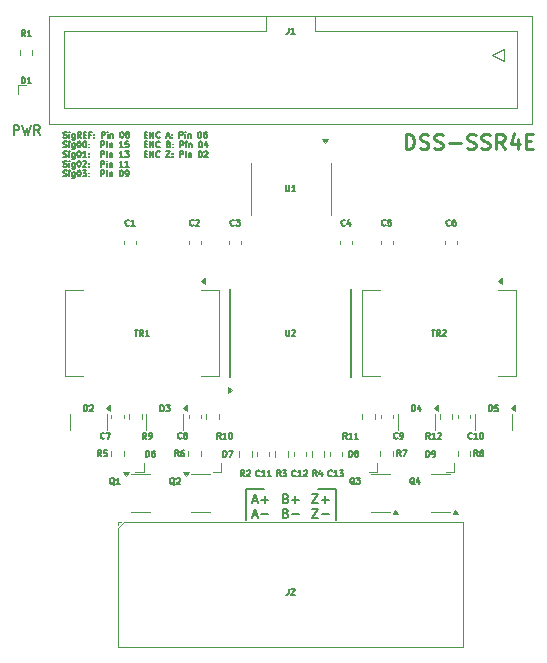
<source format=gbr>
%TF.GenerationSoftware,KiCad,Pcbnew,8.0.0*%
%TF.CreationDate,2024-03-05T00:42:56-08:00*%
%TF.ProjectId,DSS-SSR4E,4453532d-5353-4523-9445-2e6b69636164,rev?*%
%TF.SameCoordinates,Original*%
%TF.FileFunction,Legend,Top*%
%TF.FilePolarity,Positive*%
%FSLAX46Y46*%
G04 Gerber Fmt 4.6, Leading zero omitted, Abs format (unit mm)*
G04 Created by KiCad (PCBNEW 8.0.0) date 2024-03-05 00:42:56*
%MOMM*%
%LPD*%
G01*
G04 APERTURE LIST*
%ADD10C,0.254000*%
%ADD11C,0.152400*%
%ADD12C,0.190500*%
%ADD13C,0.127000*%
%ADD14C,0.120000*%
%ADD15C,0.100000*%
G04 APERTURE END LIST*
D10*
X234251485Y-86896368D02*
X234251485Y-85626368D01*
X234251485Y-85626368D02*
X234553866Y-85626368D01*
X234553866Y-85626368D02*
X234735295Y-85686844D01*
X234735295Y-85686844D02*
X234856247Y-85807796D01*
X234856247Y-85807796D02*
X234916724Y-85928749D01*
X234916724Y-85928749D02*
X234977200Y-86170653D01*
X234977200Y-86170653D02*
X234977200Y-86352082D01*
X234977200Y-86352082D02*
X234916724Y-86593987D01*
X234916724Y-86593987D02*
X234856247Y-86714939D01*
X234856247Y-86714939D02*
X234735295Y-86835892D01*
X234735295Y-86835892D02*
X234553866Y-86896368D01*
X234553866Y-86896368D02*
X234251485Y-86896368D01*
X235461009Y-86835892D02*
X235642438Y-86896368D01*
X235642438Y-86896368D02*
X235944819Y-86896368D01*
X235944819Y-86896368D02*
X236065771Y-86835892D01*
X236065771Y-86835892D02*
X236126247Y-86775415D01*
X236126247Y-86775415D02*
X236186724Y-86654463D01*
X236186724Y-86654463D02*
X236186724Y-86533511D01*
X236186724Y-86533511D02*
X236126247Y-86412558D01*
X236126247Y-86412558D02*
X236065771Y-86352082D01*
X236065771Y-86352082D02*
X235944819Y-86291606D01*
X235944819Y-86291606D02*
X235702914Y-86231130D01*
X235702914Y-86231130D02*
X235581962Y-86170653D01*
X235581962Y-86170653D02*
X235521485Y-86110177D01*
X235521485Y-86110177D02*
X235461009Y-85989225D01*
X235461009Y-85989225D02*
X235461009Y-85868272D01*
X235461009Y-85868272D02*
X235521485Y-85747320D01*
X235521485Y-85747320D02*
X235581962Y-85686844D01*
X235581962Y-85686844D02*
X235702914Y-85626368D01*
X235702914Y-85626368D02*
X236005295Y-85626368D01*
X236005295Y-85626368D02*
X236186724Y-85686844D01*
X236670533Y-86835892D02*
X236851962Y-86896368D01*
X236851962Y-86896368D02*
X237154343Y-86896368D01*
X237154343Y-86896368D02*
X237275295Y-86835892D01*
X237275295Y-86835892D02*
X237335771Y-86775415D01*
X237335771Y-86775415D02*
X237396248Y-86654463D01*
X237396248Y-86654463D02*
X237396248Y-86533511D01*
X237396248Y-86533511D02*
X237335771Y-86412558D01*
X237335771Y-86412558D02*
X237275295Y-86352082D01*
X237275295Y-86352082D02*
X237154343Y-86291606D01*
X237154343Y-86291606D02*
X236912438Y-86231130D01*
X236912438Y-86231130D02*
X236791486Y-86170653D01*
X236791486Y-86170653D02*
X236731009Y-86110177D01*
X236731009Y-86110177D02*
X236670533Y-85989225D01*
X236670533Y-85989225D02*
X236670533Y-85868272D01*
X236670533Y-85868272D02*
X236731009Y-85747320D01*
X236731009Y-85747320D02*
X236791486Y-85686844D01*
X236791486Y-85686844D02*
X236912438Y-85626368D01*
X236912438Y-85626368D02*
X237214819Y-85626368D01*
X237214819Y-85626368D02*
X237396248Y-85686844D01*
X237940533Y-86412558D02*
X238908153Y-86412558D01*
X239452438Y-86835892D02*
X239633867Y-86896368D01*
X239633867Y-86896368D02*
X239936248Y-86896368D01*
X239936248Y-86896368D02*
X240057200Y-86835892D01*
X240057200Y-86835892D02*
X240117676Y-86775415D01*
X240117676Y-86775415D02*
X240178153Y-86654463D01*
X240178153Y-86654463D02*
X240178153Y-86533511D01*
X240178153Y-86533511D02*
X240117676Y-86412558D01*
X240117676Y-86412558D02*
X240057200Y-86352082D01*
X240057200Y-86352082D02*
X239936248Y-86291606D01*
X239936248Y-86291606D02*
X239694343Y-86231130D01*
X239694343Y-86231130D02*
X239573391Y-86170653D01*
X239573391Y-86170653D02*
X239512914Y-86110177D01*
X239512914Y-86110177D02*
X239452438Y-85989225D01*
X239452438Y-85989225D02*
X239452438Y-85868272D01*
X239452438Y-85868272D02*
X239512914Y-85747320D01*
X239512914Y-85747320D02*
X239573391Y-85686844D01*
X239573391Y-85686844D02*
X239694343Y-85626368D01*
X239694343Y-85626368D02*
X239996724Y-85626368D01*
X239996724Y-85626368D02*
X240178153Y-85686844D01*
X240661962Y-86835892D02*
X240843391Y-86896368D01*
X240843391Y-86896368D02*
X241145772Y-86896368D01*
X241145772Y-86896368D02*
X241266724Y-86835892D01*
X241266724Y-86835892D02*
X241327200Y-86775415D01*
X241327200Y-86775415D02*
X241387677Y-86654463D01*
X241387677Y-86654463D02*
X241387677Y-86533511D01*
X241387677Y-86533511D02*
X241327200Y-86412558D01*
X241327200Y-86412558D02*
X241266724Y-86352082D01*
X241266724Y-86352082D02*
X241145772Y-86291606D01*
X241145772Y-86291606D02*
X240903867Y-86231130D01*
X240903867Y-86231130D02*
X240782915Y-86170653D01*
X240782915Y-86170653D02*
X240722438Y-86110177D01*
X240722438Y-86110177D02*
X240661962Y-85989225D01*
X240661962Y-85989225D02*
X240661962Y-85868272D01*
X240661962Y-85868272D02*
X240722438Y-85747320D01*
X240722438Y-85747320D02*
X240782915Y-85686844D01*
X240782915Y-85686844D02*
X240903867Y-85626368D01*
X240903867Y-85626368D02*
X241206248Y-85626368D01*
X241206248Y-85626368D02*
X241387677Y-85686844D01*
X242657677Y-86896368D02*
X242234343Y-86291606D01*
X241931962Y-86896368D02*
X241931962Y-85626368D01*
X241931962Y-85626368D02*
X242415772Y-85626368D01*
X242415772Y-85626368D02*
X242536724Y-85686844D01*
X242536724Y-85686844D02*
X242597201Y-85747320D01*
X242597201Y-85747320D02*
X242657677Y-85868272D01*
X242657677Y-85868272D02*
X242657677Y-86049701D01*
X242657677Y-86049701D02*
X242597201Y-86170653D01*
X242597201Y-86170653D02*
X242536724Y-86231130D01*
X242536724Y-86231130D02*
X242415772Y-86291606D01*
X242415772Y-86291606D02*
X241931962Y-86291606D01*
X243746248Y-86049701D02*
X243746248Y-86896368D01*
X243443867Y-85565892D02*
X243141486Y-86473034D01*
X243141486Y-86473034D02*
X243927677Y-86473034D01*
X244411486Y-86231130D02*
X244834820Y-86231130D01*
X245016248Y-86896368D02*
X244411486Y-86896368D01*
X244411486Y-86896368D02*
X244411486Y-85626368D01*
X244411486Y-85626368D02*
X245016248Y-85626368D01*
D11*
X228346400Y-115640000D02*
X226822400Y-115640000D01*
X228346400Y-118307000D02*
X228346400Y-115640000D01*
X220726400Y-115640000D02*
X222250400Y-115640000D01*
X220726400Y-118307000D02*
X220726400Y-115640000D01*
D12*
X226350686Y-116131221D02*
X226858686Y-116131221D01*
X226858686Y-116131221D02*
X226350686Y-116893221D01*
X226350686Y-116893221D02*
X226858686Y-116893221D01*
X227148971Y-116602936D02*
X227729543Y-116602936D01*
X227439257Y-116893221D02*
X227439257Y-116312650D01*
X226350686Y-117357998D02*
X226858686Y-117357998D01*
X226858686Y-117357998D02*
X226350686Y-118119998D01*
X226350686Y-118119998D02*
X226858686Y-118119998D01*
X227148971Y-117829713D02*
X227729543Y-117829713D01*
X224119114Y-116494078D02*
X224227971Y-116530364D01*
X224227971Y-116530364D02*
X224264257Y-116566650D01*
X224264257Y-116566650D02*
X224300543Y-116639221D01*
X224300543Y-116639221D02*
X224300543Y-116748078D01*
X224300543Y-116748078D02*
X224264257Y-116820650D01*
X224264257Y-116820650D02*
X224227971Y-116856936D01*
X224227971Y-116856936D02*
X224155400Y-116893221D01*
X224155400Y-116893221D02*
X223865114Y-116893221D01*
X223865114Y-116893221D02*
X223865114Y-116131221D01*
X223865114Y-116131221D02*
X224119114Y-116131221D01*
X224119114Y-116131221D02*
X224191686Y-116167507D01*
X224191686Y-116167507D02*
X224227971Y-116203793D01*
X224227971Y-116203793D02*
X224264257Y-116276364D01*
X224264257Y-116276364D02*
X224264257Y-116348936D01*
X224264257Y-116348936D02*
X224227971Y-116421507D01*
X224227971Y-116421507D02*
X224191686Y-116457793D01*
X224191686Y-116457793D02*
X224119114Y-116494078D01*
X224119114Y-116494078D02*
X223865114Y-116494078D01*
X224627114Y-116602936D02*
X225207686Y-116602936D01*
X224917400Y-116893221D02*
X224917400Y-116312650D01*
X224119114Y-117720855D02*
X224227971Y-117757141D01*
X224227971Y-117757141D02*
X224264257Y-117793427D01*
X224264257Y-117793427D02*
X224300543Y-117865998D01*
X224300543Y-117865998D02*
X224300543Y-117974855D01*
X224300543Y-117974855D02*
X224264257Y-118047427D01*
X224264257Y-118047427D02*
X224227971Y-118083713D01*
X224227971Y-118083713D02*
X224155400Y-118119998D01*
X224155400Y-118119998D02*
X223865114Y-118119998D01*
X223865114Y-118119998D02*
X223865114Y-117357998D01*
X223865114Y-117357998D02*
X224119114Y-117357998D01*
X224119114Y-117357998D02*
X224191686Y-117394284D01*
X224191686Y-117394284D02*
X224227971Y-117430570D01*
X224227971Y-117430570D02*
X224264257Y-117503141D01*
X224264257Y-117503141D02*
X224264257Y-117575713D01*
X224264257Y-117575713D02*
X224227971Y-117648284D01*
X224227971Y-117648284D02*
X224191686Y-117684570D01*
X224191686Y-117684570D02*
X224119114Y-117720855D01*
X224119114Y-117720855D02*
X223865114Y-117720855D01*
X224627114Y-117829713D02*
X225207686Y-117829713D01*
X221343256Y-116675507D02*
X221706114Y-116675507D01*
X221270685Y-116893221D02*
X221524685Y-116131221D01*
X221524685Y-116131221D02*
X221778685Y-116893221D01*
X222032685Y-116602936D02*
X222613257Y-116602936D01*
X222322971Y-116893221D02*
X222322971Y-116312650D01*
X221343256Y-117902284D02*
X221706114Y-117902284D01*
X221270685Y-118119998D02*
X221524685Y-117357998D01*
X221524685Y-117357998D02*
X221778685Y-118119998D01*
X222032685Y-117829713D02*
X222613257Y-117829713D01*
D13*
X212142504Y-85673491D02*
X212311837Y-85673491D01*
X212384409Y-85939586D02*
X212142504Y-85939586D01*
X212142504Y-85939586D02*
X212142504Y-85431586D01*
X212142504Y-85431586D02*
X212384409Y-85431586D01*
X212602123Y-85939586D02*
X212602123Y-85431586D01*
X212602123Y-85431586D02*
X212892409Y-85939586D01*
X212892409Y-85939586D02*
X212892409Y-85431586D01*
X213424599Y-85891205D02*
X213400408Y-85915396D01*
X213400408Y-85915396D02*
X213327837Y-85939586D01*
X213327837Y-85939586D02*
X213279456Y-85939586D01*
X213279456Y-85939586D02*
X213206884Y-85915396D01*
X213206884Y-85915396D02*
X213158503Y-85867015D01*
X213158503Y-85867015D02*
X213134313Y-85818634D01*
X213134313Y-85818634D02*
X213110122Y-85721872D01*
X213110122Y-85721872D02*
X213110122Y-85649300D01*
X213110122Y-85649300D02*
X213134313Y-85552538D01*
X213134313Y-85552538D02*
X213158503Y-85504157D01*
X213158503Y-85504157D02*
X213206884Y-85455776D01*
X213206884Y-85455776D02*
X213279456Y-85431586D01*
X213279456Y-85431586D02*
X213327837Y-85431586D01*
X213327837Y-85431586D02*
X213400408Y-85455776D01*
X213400408Y-85455776D02*
X213424599Y-85479967D01*
X214005170Y-85794443D02*
X214247075Y-85794443D01*
X213956789Y-85939586D02*
X214126123Y-85431586D01*
X214126123Y-85431586D02*
X214295456Y-85939586D01*
X214464790Y-85891205D02*
X214488980Y-85915396D01*
X214488980Y-85915396D02*
X214464790Y-85939586D01*
X214464790Y-85939586D02*
X214440599Y-85915396D01*
X214440599Y-85915396D02*
X214464790Y-85891205D01*
X214464790Y-85891205D02*
X214464790Y-85939586D01*
X214464790Y-85625110D02*
X214488980Y-85649300D01*
X214488980Y-85649300D02*
X214464790Y-85673491D01*
X214464790Y-85673491D02*
X214440599Y-85649300D01*
X214440599Y-85649300D02*
X214464790Y-85625110D01*
X214464790Y-85625110D02*
X214464790Y-85673491D01*
X215093743Y-85939586D02*
X215093743Y-85431586D01*
X215093743Y-85431586D02*
X215287267Y-85431586D01*
X215287267Y-85431586D02*
X215335648Y-85455776D01*
X215335648Y-85455776D02*
X215359838Y-85479967D01*
X215359838Y-85479967D02*
X215384029Y-85528348D01*
X215384029Y-85528348D02*
X215384029Y-85600919D01*
X215384029Y-85600919D02*
X215359838Y-85649300D01*
X215359838Y-85649300D02*
X215335648Y-85673491D01*
X215335648Y-85673491D02*
X215287267Y-85697681D01*
X215287267Y-85697681D02*
X215093743Y-85697681D01*
X215601743Y-85939586D02*
X215601743Y-85600919D01*
X215601743Y-85431586D02*
X215577552Y-85455776D01*
X215577552Y-85455776D02*
X215601743Y-85479967D01*
X215601743Y-85479967D02*
X215625933Y-85455776D01*
X215625933Y-85455776D02*
X215601743Y-85431586D01*
X215601743Y-85431586D02*
X215601743Y-85479967D01*
X215843648Y-85600919D02*
X215843648Y-85939586D01*
X215843648Y-85649300D02*
X215867838Y-85625110D01*
X215867838Y-85625110D02*
X215916219Y-85600919D01*
X215916219Y-85600919D02*
X215988791Y-85600919D01*
X215988791Y-85600919D02*
X216037172Y-85625110D01*
X216037172Y-85625110D02*
X216061362Y-85673491D01*
X216061362Y-85673491D02*
X216061362Y-85939586D01*
X216787077Y-85431586D02*
X216835458Y-85431586D01*
X216835458Y-85431586D02*
X216883839Y-85455776D01*
X216883839Y-85455776D02*
X216908029Y-85479967D01*
X216908029Y-85479967D02*
X216932220Y-85528348D01*
X216932220Y-85528348D02*
X216956410Y-85625110D01*
X216956410Y-85625110D02*
X216956410Y-85746062D01*
X216956410Y-85746062D02*
X216932220Y-85842824D01*
X216932220Y-85842824D02*
X216908029Y-85891205D01*
X216908029Y-85891205D02*
X216883839Y-85915396D01*
X216883839Y-85915396D02*
X216835458Y-85939586D01*
X216835458Y-85939586D02*
X216787077Y-85939586D01*
X216787077Y-85939586D02*
X216738696Y-85915396D01*
X216738696Y-85915396D02*
X216714505Y-85891205D01*
X216714505Y-85891205D02*
X216690315Y-85842824D01*
X216690315Y-85842824D02*
X216666124Y-85746062D01*
X216666124Y-85746062D02*
X216666124Y-85625110D01*
X216666124Y-85625110D02*
X216690315Y-85528348D01*
X216690315Y-85528348D02*
X216714505Y-85479967D01*
X216714505Y-85479967D02*
X216738696Y-85455776D01*
X216738696Y-85455776D02*
X216787077Y-85431586D01*
X217391839Y-85431586D02*
X217295077Y-85431586D01*
X217295077Y-85431586D02*
X217246696Y-85455776D01*
X217246696Y-85455776D02*
X217222506Y-85479967D01*
X217222506Y-85479967D02*
X217174125Y-85552538D01*
X217174125Y-85552538D02*
X217149934Y-85649300D01*
X217149934Y-85649300D02*
X217149934Y-85842824D01*
X217149934Y-85842824D02*
X217174125Y-85891205D01*
X217174125Y-85891205D02*
X217198315Y-85915396D01*
X217198315Y-85915396D02*
X217246696Y-85939586D01*
X217246696Y-85939586D02*
X217343458Y-85939586D01*
X217343458Y-85939586D02*
X217391839Y-85915396D01*
X217391839Y-85915396D02*
X217416030Y-85891205D01*
X217416030Y-85891205D02*
X217440220Y-85842824D01*
X217440220Y-85842824D02*
X217440220Y-85721872D01*
X217440220Y-85721872D02*
X217416030Y-85673491D01*
X217416030Y-85673491D02*
X217391839Y-85649300D01*
X217391839Y-85649300D02*
X217343458Y-85625110D01*
X217343458Y-85625110D02*
X217246696Y-85625110D01*
X217246696Y-85625110D02*
X217198315Y-85649300D01*
X217198315Y-85649300D02*
X217174125Y-85673491D01*
X217174125Y-85673491D02*
X217149934Y-85721872D01*
X212142504Y-86491343D02*
X212311837Y-86491343D01*
X212384409Y-86757438D02*
X212142504Y-86757438D01*
X212142504Y-86757438D02*
X212142504Y-86249438D01*
X212142504Y-86249438D02*
X212384409Y-86249438D01*
X212602123Y-86757438D02*
X212602123Y-86249438D01*
X212602123Y-86249438D02*
X212892409Y-86757438D01*
X212892409Y-86757438D02*
X212892409Y-86249438D01*
X213424599Y-86709057D02*
X213400408Y-86733248D01*
X213400408Y-86733248D02*
X213327837Y-86757438D01*
X213327837Y-86757438D02*
X213279456Y-86757438D01*
X213279456Y-86757438D02*
X213206884Y-86733248D01*
X213206884Y-86733248D02*
X213158503Y-86684867D01*
X213158503Y-86684867D02*
X213134313Y-86636486D01*
X213134313Y-86636486D02*
X213110122Y-86539724D01*
X213110122Y-86539724D02*
X213110122Y-86467152D01*
X213110122Y-86467152D02*
X213134313Y-86370390D01*
X213134313Y-86370390D02*
X213158503Y-86322009D01*
X213158503Y-86322009D02*
X213206884Y-86273628D01*
X213206884Y-86273628D02*
X213279456Y-86249438D01*
X213279456Y-86249438D02*
X213327837Y-86249438D01*
X213327837Y-86249438D02*
X213400408Y-86273628D01*
X213400408Y-86273628D02*
X213424599Y-86297819D01*
X214198694Y-86491343D02*
X214271266Y-86515533D01*
X214271266Y-86515533D02*
X214295456Y-86539724D01*
X214295456Y-86539724D02*
X214319647Y-86588105D01*
X214319647Y-86588105D02*
X214319647Y-86660676D01*
X214319647Y-86660676D02*
X214295456Y-86709057D01*
X214295456Y-86709057D02*
X214271266Y-86733248D01*
X214271266Y-86733248D02*
X214222885Y-86757438D01*
X214222885Y-86757438D02*
X214029361Y-86757438D01*
X214029361Y-86757438D02*
X214029361Y-86249438D01*
X214029361Y-86249438D02*
X214198694Y-86249438D01*
X214198694Y-86249438D02*
X214247075Y-86273628D01*
X214247075Y-86273628D02*
X214271266Y-86297819D01*
X214271266Y-86297819D02*
X214295456Y-86346200D01*
X214295456Y-86346200D02*
X214295456Y-86394581D01*
X214295456Y-86394581D02*
X214271266Y-86442962D01*
X214271266Y-86442962D02*
X214247075Y-86467152D01*
X214247075Y-86467152D02*
X214198694Y-86491343D01*
X214198694Y-86491343D02*
X214029361Y-86491343D01*
X214537361Y-86709057D02*
X214561551Y-86733248D01*
X214561551Y-86733248D02*
X214537361Y-86757438D01*
X214537361Y-86757438D02*
X214513170Y-86733248D01*
X214513170Y-86733248D02*
X214537361Y-86709057D01*
X214537361Y-86709057D02*
X214537361Y-86757438D01*
X214537361Y-86442962D02*
X214561551Y-86467152D01*
X214561551Y-86467152D02*
X214537361Y-86491343D01*
X214537361Y-86491343D02*
X214513170Y-86467152D01*
X214513170Y-86467152D02*
X214537361Y-86442962D01*
X214537361Y-86442962D02*
X214537361Y-86491343D01*
X215166314Y-86757438D02*
X215166314Y-86249438D01*
X215166314Y-86249438D02*
X215359838Y-86249438D01*
X215359838Y-86249438D02*
X215408219Y-86273628D01*
X215408219Y-86273628D02*
X215432409Y-86297819D01*
X215432409Y-86297819D02*
X215456600Y-86346200D01*
X215456600Y-86346200D02*
X215456600Y-86418771D01*
X215456600Y-86418771D02*
X215432409Y-86467152D01*
X215432409Y-86467152D02*
X215408219Y-86491343D01*
X215408219Y-86491343D02*
X215359838Y-86515533D01*
X215359838Y-86515533D02*
X215166314Y-86515533D01*
X215674314Y-86757438D02*
X215674314Y-86418771D01*
X215674314Y-86249438D02*
X215650123Y-86273628D01*
X215650123Y-86273628D02*
X215674314Y-86297819D01*
X215674314Y-86297819D02*
X215698504Y-86273628D01*
X215698504Y-86273628D02*
X215674314Y-86249438D01*
X215674314Y-86249438D02*
X215674314Y-86297819D01*
X215916219Y-86418771D02*
X215916219Y-86757438D01*
X215916219Y-86467152D02*
X215940409Y-86442962D01*
X215940409Y-86442962D02*
X215988790Y-86418771D01*
X215988790Y-86418771D02*
X216061362Y-86418771D01*
X216061362Y-86418771D02*
X216109743Y-86442962D01*
X216109743Y-86442962D02*
X216133933Y-86491343D01*
X216133933Y-86491343D02*
X216133933Y-86757438D01*
X216859648Y-86249438D02*
X216908029Y-86249438D01*
X216908029Y-86249438D02*
X216956410Y-86273628D01*
X216956410Y-86273628D02*
X216980600Y-86297819D01*
X216980600Y-86297819D02*
X217004791Y-86346200D01*
X217004791Y-86346200D02*
X217028981Y-86442962D01*
X217028981Y-86442962D02*
X217028981Y-86563914D01*
X217028981Y-86563914D02*
X217004791Y-86660676D01*
X217004791Y-86660676D02*
X216980600Y-86709057D01*
X216980600Y-86709057D02*
X216956410Y-86733248D01*
X216956410Y-86733248D02*
X216908029Y-86757438D01*
X216908029Y-86757438D02*
X216859648Y-86757438D01*
X216859648Y-86757438D02*
X216811267Y-86733248D01*
X216811267Y-86733248D02*
X216787076Y-86709057D01*
X216787076Y-86709057D02*
X216762886Y-86660676D01*
X216762886Y-86660676D02*
X216738695Y-86563914D01*
X216738695Y-86563914D02*
X216738695Y-86442962D01*
X216738695Y-86442962D02*
X216762886Y-86346200D01*
X216762886Y-86346200D02*
X216787076Y-86297819D01*
X216787076Y-86297819D02*
X216811267Y-86273628D01*
X216811267Y-86273628D02*
X216859648Y-86249438D01*
X217464410Y-86418771D02*
X217464410Y-86757438D01*
X217343458Y-86225248D02*
X217222505Y-86588105D01*
X217222505Y-86588105D02*
X217536982Y-86588105D01*
X212142504Y-87309195D02*
X212311837Y-87309195D01*
X212384409Y-87575290D02*
X212142504Y-87575290D01*
X212142504Y-87575290D02*
X212142504Y-87067290D01*
X212142504Y-87067290D02*
X212384409Y-87067290D01*
X212602123Y-87575290D02*
X212602123Y-87067290D01*
X212602123Y-87067290D02*
X212892409Y-87575290D01*
X212892409Y-87575290D02*
X212892409Y-87067290D01*
X213424599Y-87526909D02*
X213400408Y-87551100D01*
X213400408Y-87551100D02*
X213327837Y-87575290D01*
X213327837Y-87575290D02*
X213279456Y-87575290D01*
X213279456Y-87575290D02*
X213206884Y-87551100D01*
X213206884Y-87551100D02*
X213158503Y-87502719D01*
X213158503Y-87502719D02*
X213134313Y-87454338D01*
X213134313Y-87454338D02*
X213110122Y-87357576D01*
X213110122Y-87357576D02*
X213110122Y-87285004D01*
X213110122Y-87285004D02*
X213134313Y-87188242D01*
X213134313Y-87188242D02*
X213158503Y-87139861D01*
X213158503Y-87139861D02*
X213206884Y-87091480D01*
X213206884Y-87091480D02*
X213279456Y-87067290D01*
X213279456Y-87067290D02*
X213327837Y-87067290D01*
X213327837Y-87067290D02*
X213400408Y-87091480D01*
X213400408Y-87091480D02*
X213424599Y-87115671D01*
X213980980Y-87067290D02*
X214319647Y-87067290D01*
X214319647Y-87067290D02*
X213980980Y-87575290D01*
X213980980Y-87575290D02*
X214319647Y-87575290D01*
X214513171Y-87526909D02*
X214537361Y-87551100D01*
X214537361Y-87551100D02*
X214513171Y-87575290D01*
X214513171Y-87575290D02*
X214488980Y-87551100D01*
X214488980Y-87551100D02*
X214513171Y-87526909D01*
X214513171Y-87526909D02*
X214513171Y-87575290D01*
X214513171Y-87260814D02*
X214537361Y-87285004D01*
X214537361Y-87285004D02*
X214513171Y-87309195D01*
X214513171Y-87309195D02*
X214488980Y-87285004D01*
X214488980Y-87285004D02*
X214513171Y-87260814D01*
X214513171Y-87260814D02*
X214513171Y-87309195D01*
X215142124Y-87575290D02*
X215142124Y-87067290D01*
X215142124Y-87067290D02*
X215335648Y-87067290D01*
X215335648Y-87067290D02*
X215384029Y-87091480D01*
X215384029Y-87091480D02*
X215408219Y-87115671D01*
X215408219Y-87115671D02*
X215432410Y-87164052D01*
X215432410Y-87164052D02*
X215432410Y-87236623D01*
X215432410Y-87236623D02*
X215408219Y-87285004D01*
X215408219Y-87285004D02*
X215384029Y-87309195D01*
X215384029Y-87309195D02*
X215335648Y-87333385D01*
X215335648Y-87333385D02*
X215142124Y-87333385D01*
X215650124Y-87575290D02*
X215650124Y-87236623D01*
X215650124Y-87067290D02*
X215625933Y-87091480D01*
X215625933Y-87091480D02*
X215650124Y-87115671D01*
X215650124Y-87115671D02*
X215674314Y-87091480D01*
X215674314Y-87091480D02*
X215650124Y-87067290D01*
X215650124Y-87067290D02*
X215650124Y-87115671D01*
X215892029Y-87236623D02*
X215892029Y-87575290D01*
X215892029Y-87285004D02*
X215916219Y-87260814D01*
X215916219Y-87260814D02*
X215964600Y-87236623D01*
X215964600Y-87236623D02*
X216037172Y-87236623D01*
X216037172Y-87236623D02*
X216085553Y-87260814D01*
X216085553Y-87260814D02*
X216109743Y-87309195D01*
X216109743Y-87309195D02*
X216109743Y-87575290D01*
X216835458Y-87067290D02*
X216883839Y-87067290D01*
X216883839Y-87067290D02*
X216932220Y-87091480D01*
X216932220Y-87091480D02*
X216956410Y-87115671D01*
X216956410Y-87115671D02*
X216980601Y-87164052D01*
X216980601Y-87164052D02*
X217004791Y-87260814D01*
X217004791Y-87260814D02*
X217004791Y-87381766D01*
X217004791Y-87381766D02*
X216980601Y-87478528D01*
X216980601Y-87478528D02*
X216956410Y-87526909D01*
X216956410Y-87526909D02*
X216932220Y-87551100D01*
X216932220Y-87551100D02*
X216883839Y-87575290D01*
X216883839Y-87575290D02*
X216835458Y-87575290D01*
X216835458Y-87575290D02*
X216787077Y-87551100D01*
X216787077Y-87551100D02*
X216762886Y-87526909D01*
X216762886Y-87526909D02*
X216738696Y-87478528D01*
X216738696Y-87478528D02*
X216714505Y-87381766D01*
X216714505Y-87381766D02*
X216714505Y-87260814D01*
X216714505Y-87260814D02*
X216738696Y-87164052D01*
X216738696Y-87164052D02*
X216762886Y-87115671D01*
X216762886Y-87115671D02*
X216787077Y-87091480D01*
X216787077Y-87091480D02*
X216835458Y-87067290D01*
X217198315Y-87115671D02*
X217222506Y-87091480D01*
X217222506Y-87091480D02*
X217270887Y-87067290D01*
X217270887Y-87067290D02*
X217391839Y-87067290D01*
X217391839Y-87067290D02*
X217440220Y-87091480D01*
X217440220Y-87091480D02*
X217464411Y-87115671D01*
X217464411Y-87115671D02*
X217488601Y-87164052D01*
X217488601Y-87164052D02*
X217488601Y-87212433D01*
X217488601Y-87212433D02*
X217464411Y-87285004D01*
X217464411Y-87285004D02*
X217174125Y-87575290D01*
X217174125Y-87575290D02*
X217488601Y-87575290D01*
X205260313Y-85915396D02*
X205332885Y-85939586D01*
X205332885Y-85939586D02*
X205453837Y-85939586D01*
X205453837Y-85939586D02*
X205502218Y-85915396D01*
X205502218Y-85915396D02*
X205526409Y-85891205D01*
X205526409Y-85891205D02*
X205550599Y-85842824D01*
X205550599Y-85842824D02*
X205550599Y-85794443D01*
X205550599Y-85794443D02*
X205526409Y-85746062D01*
X205526409Y-85746062D02*
X205502218Y-85721872D01*
X205502218Y-85721872D02*
X205453837Y-85697681D01*
X205453837Y-85697681D02*
X205357075Y-85673491D01*
X205357075Y-85673491D02*
X205308694Y-85649300D01*
X205308694Y-85649300D02*
X205284504Y-85625110D01*
X205284504Y-85625110D02*
X205260313Y-85576729D01*
X205260313Y-85576729D02*
X205260313Y-85528348D01*
X205260313Y-85528348D02*
X205284504Y-85479967D01*
X205284504Y-85479967D02*
X205308694Y-85455776D01*
X205308694Y-85455776D02*
X205357075Y-85431586D01*
X205357075Y-85431586D02*
X205478028Y-85431586D01*
X205478028Y-85431586D02*
X205550599Y-85455776D01*
X205768314Y-85939586D02*
X205768314Y-85600919D01*
X205768314Y-85431586D02*
X205744123Y-85455776D01*
X205744123Y-85455776D02*
X205768314Y-85479967D01*
X205768314Y-85479967D02*
X205792504Y-85455776D01*
X205792504Y-85455776D02*
X205768314Y-85431586D01*
X205768314Y-85431586D02*
X205768314Y-85479967D01*
X206227933Y-85600919D02*
X206227933Y-86012157D01*
X206227933Y-86012157D02*
X206203743Y-86060538D01*
X206203743Y-86060538D02*
X206179552Y-86084729D01*
X206179552Y-86084729D02*
X206131171Y-86108919D01*
X206131171Y-86108919D02*
X206058600Y-86108919D01*
X206058600Y-86108919D02*
X206010219Y-86084729D01*
X206227933Y-85915396D02*
X206179552Y-85939586D01*
X206179552Y-85939586D02*
X206082790Y-85939586D01*
X206082790Y-85939586D02*
X206034409Y-85915396D01*
X206034409Y-85915396D02*
X206010219Y-85891205D01*
X206010219Y-85891205D02*
X205986028Y-85842824D01*
X205986028Y-85842824D02*
X205986028Y-85697681D01*
X205986028Y-85697681D02*
X206010219Y-85649300D01*
X206010219Y-85649300D02*
X206034409Y-85625110D01*
X206034409Y-85625110D02*
X206082790Y-85600919D01*
X206082790Y-85600919D02*
X206179552Y-85600919D01*
X206179552Y-85600919D02*
X206227933Y-85625110D01*
X206760124Y-85939586D02*
X206590790Y-85697681D01*
X206469838Y-85939586D02*
X206469838Y-85431586D01*
X206469838Y-85431586D02*
X206663362Y-85431586D01*
X206663362Y-85431586D02*
X206711743Y-85455776D01*
X206711743Y-85455776D02*
X206735933Y-85479967D01*
X206735933Y-85479967D02*
X206760124Y-85528348D01*
X206760124Y-85528348D02*
X206760124Y-85600919D01*
X206760124Y-85600919D02*
X206735933Y-85649300D01*
X206735933Y-85649300D02*
X206711743Y-85673491D01*
X206711743Y-85673491D02*
X206663362Y-85697681D01*
X206663362Y-85697681D02*
X206469838Y-85697681D01*
X206977838Y-85673491D02*
X207147171Y-85673491D01*
X207219743Y-85939586D02*
X206977838Y-85939586D01*
X206977838Y-85939586D02*
X206977838Y-85431586D01*
X206977838Y-85431586D02*
X207219743Y-85431586D01*
X207606790Y-85673491D02*
X207437457Y-85673491D01*
X207437457Y-85939586D02*
X207437457Y-85431586D01*
X207437457Y-85431586D02*
X207679362Y-85431586D01*
X207872886Y-85891205D02*
X207897076Y-85915396D01*
X207897076Y-85915396D02*
X207872886Y-85939586D01*
X207872886Y-85939586D02*
X207848695Y-85915396D01*
X207848695Y-85915396D02*
X207872886Y-85891205D01*
X207872886Y-85891205D02*
X207872886Y-85939586D01*
X207872886Y-85625110D02*
X207897076Y-85649300D01*
X207897076Y-85649300D02*
X207872886Y-85673491D01*
X207872886Y-85673491D02*
X207848695Y-85649300D01*
X207848695Y-85649300D02*
X207872886Y-85625110D01*
X207872886Y-85625110D02*
X207872886Y-85673491D01*
X208501839Y-85939586D02*
X208501839Y-85431586D01*
X208501839Y-85431586D02*
X208695363Y-85431586D01*
X208695363Y-85431586D02*
X208743744Y-85455776D01*
X208743744Y-85455776D02*
X208767934Y-85479967D01*
X208767934Y-85479967D02*
X208792125Y-85528348D01*
X208792125Y-85528348D02*
X208792125Y-85600919D01*
X208792125Y-85600919D02*
X208767934Y-85649300D01*
X208767934Y-85649300D02*
X208743744Y-85673491D01*
X208743744Y-85673491D02*
X208695363Y-85697681D01*
X208695363Y-85697681D02*
X208501839Y-85697681D01*
X209009839Y-85939586D02*
X209009839Y-85600919D01*
X209009839Y-85431586D02*
X208985648Y-85455776D01*
X208985648Y-85455776D02*
X209009839Y-85479967D01*
X209009839Y-85479967D02*
X209034029Y-85455776D01*
X209034029Y-85455776D02*
X209009839Y-85431586D01*
X209009839Y-85431586D02*
X209009839Y-85479967D01*
X209251744Y-85600919D02*
X209251744Y-85939586D01*
X209251744Y-85649300D02*
X209275934Y-85625110D01*
X209275934Y-85625110D02*
X209324315Y-85600919D01*
X209324315Y-85600919D02*
X209396887Y-85600919D01*
X209396887Y-85600919D02*
X209445268Y-85625110D01*
X209445268Y-85625110D02*
X209469458Y-85673491D01*
X209469458Y-85673491D02*
X209469458Y-85939586D01*
X210195173Y-85431586D02*
X210243554Y-85431586D01*
X210243554Y-85431586D02*
X210291935Y-85455776D01*
X210291935Y-85455776D02*
X210316125Y-85479967D01*
X210316125Y-85479967D02*
X210340316Y-85528348D01*
X210340316Y-85528348D02*
X210364506Y-85625110D01*
X210364506Y-85625110D02*
X210364506Y-85746062D01*
X210364506Y-85746062D02*
X210340316Y-85842824D01*
X210340316Y-85842824D02*
X210316125Y-85891205D01*
X210316125Y-85891205D02*
X210291935Y-85915396D01*
X210291935Y-85915396D02*
X210243554Y-85939586D01*
X210243554Y-85939586D02*
X210195173Y-85939586D01*
X210195173Y-85939586D02*
X210146792Y-85915396D01*
X210146792Y-85915396D02*
X210122601Y-85891205D01*
X210122601Y-85891205D02*
X210098411Y-85842824D01*
X210098411Y-85842824D02*
X210074220Y-85746062D01*
X210074220Y-85746062D02*
X210074220Y-85625110D01*
X210074220Y-85625110D02*
X210098411Y-85528348D01*
X210098411Y-85528348D02*
X210122601Y-85479967D01*
X210122601Y-85479967D02*
X210146792Y-85455776D01*
X210146792Y-85455776D02*
X210195173Y-85431586D01*
X210654792Y-85649300D02*
X210606411Y-85625110D01*
X210606411Y-85625110D02*
X210582221Y-85600919D01*
X210582221Y-85600919D02*
X210558030Y-85552538D01*
X210558030Y-85552538D02*
X210558030Y-85528348D01*
X210558030Y-85528348D02*
X210582221Y-85479967D01*
X210582221Y-85479967D02*
X210606411Y-85455776D01*
X210606411Y-85455776D02*
X210654792Y-85431586D01*
X210654792Y-85431586D02*
X210751554Y-85431586D01*
X210751554Y-85431586D02*
X210799935Y-85455776D01*
X210799935Y-85455776D02*
X210824126Y-85479967D01*
X210824126Y-85479967D02*
X210848316Y-85528348D01*
X210848316Y-85528348D02*
X210848316Y-85552538D01*
X210848316Y-85552538D02*
X210824126Y-85600919D01*
X210824126Y-85600919D02*
X210799935Y-85625110D01*
X210799935Y-85625110D02*
X210751554Y-85649300D01*
X210751554Y-85649300D02*
X210654792Y-85649300D01*
X210654792Y-85649300D02*
X210606411Y-85673491D01*
X210606411Y-85673491D02*
X210582221Y-85697681D01*
X210582221Y-85697681D02*
X210558030Y-85746062D01*
X210558030Y-85746062D02*
X210558030Y-85842824D01*
X210558030Y-85842824D02*
X210582221Y-85891205D01*
X210582221Y-85891205D02*
X210606411Y-85915396D01*
X210606411Y-85915396D02*
X210654792Y-85939586D01*
X210654792Y-85939586D02*
X210751554Y-85939586D01*
X210751554Y-85939586D02*
X210799935Y-85915396D01*
X210799935Y-85915396D02*
X210824126Y-85891205D01*
X210824126Y-85891205D02*
X210848316Y-85842824D01*
X210848316Y-85842824D02*
X210848316Y-85746062D01*
X210848316Y-85746062D02*
X210824126Y-85697681D01*
X210824126Y-85697681D02*
X210799935Y-85673491D01*
X210799935Y-85673491D02*
X210751554Y-85649300D01*
X205260313Y-86733248D02*
X205332885Y-86757438D01*
X205332885Y-86757438D02*
X205453837Y-86757438D01*
X205453837Y-86757438D02*
X205502218Y-86733248D01*
X205502218Y-86733248D02*
X205526409Y-86709057D01*
X205526409Y-86709057D02*
X205550599Y-86660676D01*
X205550599Y-86660676D02*
X205550599Y-86612295D01*
X205550599Y-86612295D02*
X205526409Y-86563914D01*
X205526409Y-86563914D02*
X205502218Y-86539724D01*
X205502218Y-86539724D02*
X205453837Y-86515533D01*
X205453837Y-86515533D02*
X205357075Y-86491343D01*
X205357075Y-86491343D02*
X205308694Y-86467152D01*
X205308694Y-86467152D02*
X205284504Y-86442962D01*
X205284504Y-86442962D02*
X205260313Y-86394581D01*
X205260313Y-86394581D02*
X205260313Y-86346200D01*
X205260313Y-86346200D02*
X205284504Y-86297819D01*
X205284504Y-86297819D02*
X205308694Y-86273628D01*
X205308694Y-86273628D02*
X205357075Y-86249438D01*
X205357075Y-86249438D02*
X205478028Y-86249438D01*
X205478028Y-86249438D02*
X205550599Y-86273628D01*
X205768314Y-86757438D02*
X205768314Y-86418771D01*
X205768314Y-86249438D02*
X205744123Y-86273628D01*
X205744123Y-86273628D02*
X205768314Y-86297819D01*
X205768314Y-86297819D02*
X205792504Y-86273628D01*
X205792504Y-86273628D02*
X205768314Y-86249438D01*
X205768314Y-86249438D02*
X205768314Y-86297819D01*
X206227933Y-86418771D02*
X206227933Y-86830009D01*
X206227933Y-86830009D02*
X206203743Y-86878390D01*
X206203743Y-86878390D02*
X206179552Y-86902581D01*
X206179552Y-86902581D02*
X206131171Y-86926771D01*
X206131171Y-86926771D02*
X206058600Y-86926771D01*
X206058600Y-86926771D02*
X206010219Y-86902581D01*
X206227933Y-86733248D02*
X206179552Y-86757438D01*
X206179552Y-86757438D02*
X206082790Y-86757438D01*
X206082790Y-86757438D02*
X206034409Y-86733248D01*
X206034409Y-86733248D02*
X206010219Y-86709057D01*
X206010219Y-86709057D02*
X205986028Y-86660676D01*
X205986028Y-86660676D02*
X205986028Y-86515533D01*
X205986028Y-86515533D02*
X206010219Y-86467152D01*
X206010219Y-86467152D02*
X206034409Y-86442962D01*
X206034409Y-86442962D02*
X206082790Y-86418771D01*
X206082790Y-86418771D02*
X206179552Y-86418771D01*
X206179552Y-86418771D02*
X206227933Y-86442962D01*
X206566600Y-86249438D02*
X206614981Y-86249438D01*
X206614981Y-86249438D02*
X206663362Y-86273628D01*
X206663362Y-86273628D02*
X206687552Y-86297819D01*
X206687552Y-86297819D02*
X206711743Y-86346200D01*
X206711743Y-86346200D02*
X206735933Y-86442962D01*
X206735933Y-86442962D02*
X206735933Y-86563914D01*
X206735933Y-86563914D02*
X206711743Y-86660676D01*
X206711743Y-86660676D02*
X206687552Y-86709057D01*
X206687552Y-86709057D02*
X206663362Y-86733248D01*
X206663362Y-86733248D02*
X206614981Y-86757438D01*
X206614981Y-86757438D02*
X206566600Y-86757438D01*
X206566600Y-86757438D02*
X206518219Y-86733248D01*
X206518219Y-86733248D02*
X206494028Y-86709057D01*
X206494028Y-86709057D02*
X206469838Y-86660676D01*
X206469838Y-86660676D02*
X206445647Y-86563914D01*
X206445647Y-86563914D02*
X206445647Y-86442962D01*
X206445647Y-86442962D02*
X206469838Y-86346200D01*
X206469838Y-86346200D02*
X206494028Y-86297819D01*
X206494028Y-86297819D02*
X206518219Y-86273628D01*
X206518219Y-86273628D02*
X206566600Y-86249438D01*
X207050410Y-86249438D02*
X207098791Y-86249438D01*
X207098791Y-86249438D02*
X207147172Y-86273628D01*
X207147172Y-86273628D02*
X207171362Y-86297819D01*
X207171362Y-86297819D02*
X207195553Y-86346200D01*
X207195553Y-86346200D02*
X207219743Y-86442962D01*
X207219743Y-86442962D02*
X207219743Y-86563914D01*
X207219743Y-86563914D02*
X207195553Y-86660676D01*
X207195553Y-86660676D02*
X207171362Y-86709057D01*
X207171362Y-86709057D02*
X207147172Y-86733248D01*
X207147172Y-86733248D02*
X207098791Y-86757438D01*
X207098791Y-86757438D02*
X207050410Y-86757438D01*
X207050410Y-86757438D02*
X207002029Y-86733248D01*
X207002029Y-86733248D02*
X206977838Y-86709057D01*
X206977838Y-86709057D02*
X206953648Y-86660676D01*
X206953648Y-86660676D02*
X206929457Y-86563914D01*
X206929457Y-86563914D02*
X206929457Y-86442962D01*
X206929457Y-86442962D02*
X206953648Y-86346200D01*
X206953648Y-86346200D02*
X206977838Y-86297819D01*
X206977838Y-86297819D02*
X207002029Y-86273628D01*
X207002029Y-86273628D02*
X207050410Y-86249438D01*
X207437458Y-86709057D02*
X207461648Y-86733248D01*
X207461648Y-86733248D02*
X207437458Y-86757438D01*
X207437458Y-86757438D02*
X207413267Y-86733248D01*
X207413267Y-86733248D02*
X207437458Y-86709057D01*
X207437458Y-86709057D02*
X207437458Y-86757438D01*
X207437458Y-86442962D02*
X207461648Y-86467152D01*
X207461648Y-86467152D02*
X207437458Y-86491343D01*
X207437458Y-86491343D02*
X207413267Y-86467152D01*
X207413267Y-86467152D02*
X207437458Y-86442962D01*
X207437458Y-86442962D02*
X207437458Y-86491343D01*
X208453459Y-86757438D02*
X208453459Y-86249438D01*
X208453459Y-86249438D02*
X208646983Y-86249438D01*
X208646983Y-86249438D02*
X208695364Y-86273628D01*
X208695364Y-86273628D02*
X208719554Y-86297819D01*
X208719554Y-86297819D02*
X208743745Y-86346200D01*
X208743745Y-86346200D02*
X208743745Y-86418771D01*
X208743745Y-86418771D02*
X208719554Y-86467152D01*
X208719554Y-86467152D02*
X208695364Y-86491343D01*
X208695364Y-86491343D02*
X208646983Y-86515533D01*
X208646983Y-86515533D02*
X208453459Y-86515533D01*
X208961459Y-86757438D02*
X208961459Y-86418771D01*
X208961459Y-86249438D02*
X208937268Y-86273628D01*
X208937268Y-86273628D02*
X208961459Y-86297819D01*
X208961459Y-86297819D02*
X208985649Y-86273628D01*
X208985649Y-86273628D02*
X208961459Y-86249438D01*
X208961459Y-86249438D02*
X208961459Y-86297819D01*
X209203364Y-86418771D02*
X209203364Y-86757438D01*
X209203364Y-86467152D02*
X209227554Y-86442962D01*
X209227554Y-86442962D02*
X209275935Y-86418771D01*
X209275935Y-86418771D02*
X209348507Y-86418771D01*
X209348507Y-86418771D02*
X209396888Y-86442962D01*
X209396888Y-86442962D02*
X209421078Y-86491343D01*
X209421078Y-86491343D02*
X209421078Y-86757438D01*
X210316126Y-86757438D02*
X210025840Y-86757438D01*
X210170983Y-86757438D02*
X210170983Y-86249438D01*
X210170983Y-86249438D02*
X210122602Y-86322009D01*
X210122602Y-86322009D02*
X210074221Y-86370390D01*
X210074221Y-86370390D02*
X210025840Y-86394581D01*
X210775746Y-86249438D02*
X210533841Y-86249438D01*
X210533841Y-86249438D02*
X210509650Y-86491343D01*
X210509650Y-86491343D02*
X210533841Y-86467152D01*
X210533841Y-86467152D02*
X210582222Y-86442962D01*
X210582222Y-86442962D02*
X210703174Y-86442962D01*
X210703174Y-86442962D02*
X210751555Y-86467152D01*
X210751555Y-86467152D02*
X210775746Y-86491343D01*
X210775746Y-86491343D02*
X210799936Y-86539724D01*
X210799936Y-86539724D02*
X210799936Y-86660676D01*
X210799936Y-86660676D02*
X210775746Y-86709057D01*
X210775746Y-86709057D02*
X210751555Y-86733248D01*
X210751555Y-86733248D02*
X210703174Y-86757438D01*
X210703174Y-86757438D02*
X210582222Y-86757438D01*
X210582222Y-86757438D02*
X210533841Y-86733248D01*
X210533841Y-86733248D02*
X210509650Y-86709057D01*
X205260313Y-87551100D02*
X205332885Y-87575290D01*
X205332885Y-87575290D02*
X205453837Y-87575290D01*
X205453837Y-87575290D02*
X205502218Y-87551100D01*
X205502218Y-87551100D02*
X205526409Y-87526909D01*
X205526409Y-87526909D02*
X205550599Y-87478528D01*
X205550599Y-87478528D02*
X205550599Y-87430147D01*
X205550599Y-87430147D02*
X205526409Y-87381766D01*
X205526409Y-87381766D02*
X205502218Y-87357576D01*
X205502218Y-87357576D02*
X205453837Y-87333385D01*
X205453837Y-87333385D02*
X205357075Y-87309195D01*
X205357075Y-87309195D02*
X205308694Y-87285004D01*
X205308694Y-87285004D02*
X205284504Y-87260814D01*
X205284504Y-87260814D02*
X205260313Y-87212433D01*
X205260313Y-87212433D02*
X205260313Y-87164052D01*
X205260313Y-87164052D02*
X205284504Y-87115671D01*
X205284504Y-87115671D02*
X205308694Y-87091480D01*
X205308694Y-87091480D02*
X205357075Y-87067290D01*
X205357075Y-87067290D02*
X205478028Y-87067290D01*
X205478028Y-87067290D02*
X205550599Y-87091480D01*
X205768314Y-87575290D02*
X205768314Y-87236623D01*
X205768314Y-87067290D02*
X205744123Y-87091480D01*
X205744123Y-87091480D02*
X205768314Y-87115671D01*
X205768314Y-87115671D02*
X205792504Y-87091480D01*
X205792504Y-87091480D02*
X205768314Y-87067290D01*
X205768314Y-87067290D02*
X205768314Y-87115671D01*
X206227933Y-87236623D02*
X206227933Y-87647861D01*
X206227933Y-87647861D02*
X206203743Y-87696242D01*
X206203743Y-87696242D02*
X206179552Y-87720433D01*
X206179552Y-87720433D02*
X206131171Y-87744623D01*
X206131171Y-87744623D02*
X206058600Y-87744623D01*
X206058600Y-87744623D02*
X206010219Y-87720433D01*
X206227933Y-87551100D02*
X206179552Y-87575290D01*
X206179552Y-87575290D02*
X206082790Y-87575290D01*
X206082790Y-87575290D02*
X206034409Y-87551100D01*
X206034409Y-87551100D02*
X206010219Y-87526909D01*
X206010219Y-87526909D02*
X205986028Y-87478528D01*
X205986028Y-87478528D02*
X205986028Y-87333385D01*
X205986028Y-87333385D02*
X206010219Y-87285004D01*
X206010219Y-87285004D02*
X206034409Y-87260814D01*
X206034409Y-87260814D02*
X206082790Y-87236623D01*
X206082790Y-87236623D02*
X206179552Y-87236623D01*
X206179552Y-87236623D02*
X206227933Y-87260814D01*
X206566600Y-87067290D02*
X206614981Y-87067290D01*
X206614981Y-87067290D02*
X206663362Y-87091480D01*
X206663362Y-87091480D02*
X206687552Y-87115671D01*
X206687552Y-87115671D02*
X206711743Y-87164052D01*
X206711743Y-87164052D02*
X206735933Y-87260814D01*
X206735933Y-87260814D02*
X206735933Y-87381766D01*
X206735933Y-87381766D02*
X206711743Y-87478528D01*
X206711743Y-87478528D02*
X206687552Y-87526909D01*
X206687552Y-87526909D02*
X206663362Y-87551100D01*
X206663362Y-87551100D02*
X206614981Y-87575290D01*
X206614981Y-87575290D02*
X206566600Y-87575290D01*
X206566600Y-87575290D02*
X206518219Y-87551100D01*
X206518219Y-87551100D02*
X206494028Y-87526909D01*
X206494028Y-87526909D02*
X206469838Y-87478528D01*
X206469838Y-87478528D02*
X206445647Y-87381766D01*
X206445647Y-87381766D02*
X206445647Y-87260814D01*
X206445647Y-87260814D02*
X206469838Y-87164052D01*
X206469838Y-87164052D02*
X206494028Y-87115671D01*
X206494028Y-87115671D02*
X206518219Y-87091480D01*
X206518219Y-87091480D02*
X206566600Y-87067290D01*
X207219743Y-87575290D02*
X206929457Y-87575290D01*
X207074600Y-87575290D02*
X207074600Y-87067290D01*
X207074600Y-87067290D02*
X207026219Y-87139861D01*
X207026219Y-87139861D02*
X206977838Y-87188242D01*
X206977838Y-87188242D02*
X206929457Y-87212433D01*
X207437458Y-87526909D02*
X207461648Y-87551100D01*
X207461648Y-87551100D02*
X207437458Y-87575290D01*
X207437458Y-87575290D02*
X207413267Y-87551100D01*
X207413267Y-87551100D02*
X207437458Y-87526909D01*
X207437458Y-87526909D02*
X207437458Y-87575290D01*
X207437458Y-87260814D02*
X207461648Y-87285004D01*
X207461648Y-87285004D02*
X207437458Y-87309195D01*
X207437458Y-87309195D02*
X207413267Y-87285004D01*
X207413267Y-87285004D02*
X207437458Y-87260814D01*
X207437458Y-87260814D02*
X207437458Y-87309195D01*
X208453459Y-87575290D02*
X208453459Y-87067290D01*
X208453459Y-87067290D02*
X208646983Y-87067290D01*
X208646983Y-87067290D02*
X208695364Y-87091480D01*
X208695364Y-87091480D02*
X208719554Y-87115671D01*
X208719554Y-87115671D02*
X208743745Y-87164052D01*
X208743745Y-87164052D02*
X208743745Y-87236623D01*
X208743745Y-87236623D02*
X208719554Y-87285004D01*
X208719554Y-87285004D02*
X208695364Y-87309195D01*
X208695364Y-87309195D02*
X208646983Y-87333385D01*
X208646983Y-87333385D02*
X208453459Y-87333385D01*
X208961459Y-87575290D02*
X208961459Y-87236623D01*
X208961459Y-87067290D02*
X208937268Y-87091480D01*
X208937268Y-87091480D02*
X208961459Y-87115671D01*
X208961459Y-87115671D02*
X208985649Y-87091480D01*
X208985649Y-87091480D02*
X208961459Y-87067290D01*
X208961459Y-87067290D02*
X208961459Y-87115671D01*
X209203364Y-87236623D02*
X209203364Y-87575290D01*
X209203364Y-87285004D02*
X209227554Y-87260814D01*
X209227554Y-87260814D02*
X209275935Y-87236623D01*
X209275935Y-87236623D02*
X209348507Y-87236623D01*
X209348507Y-87236623D02*
X209396888Y-87260814D01*
X209396888Y-87260814D02*
X209421078Y-87309195D01*
X209421078Y-87309195D02*
X209421078Y-87575290D01*
X210316126Y-87575290D02*
X210025840Y-87575290D01*
X210170983Y-87575290D02*
X210170983Y-87067290D01*
X210170983Y-87067290D02*
X210122602Y-87139861D01*
X210122602Y-87139861D02*
X210074221Y-87188242D01*
X210074221Y-87188242D02*
X210025840Y-87212433D01*
X210485460Y-87067290D02*
X210799936Y-87067290D01*
X210799936Y-87067290D02*
X210630603Y-87260814D01*
X210630603Y-87260814D02*
X210703174Y-87260814D01*
X210703174Y-87260814D02*
X210751555Y-87285004D01*
X210751555Y-87285004D02*
X210775746Y-87309195D01*
X210775746Y-87309195D02*
X210799936Y-87357576D01*
X210799936Y-87357576D02*
X210799936Y-87478528D01*
X210799936Y-87478528D02*
X210775746Y-87526909D01*
X210775746Y-87526909D02*
X210751555Y-87551100D01*
X210751555Y-87551100D02*
X210703174Y-87575290D01*
X210703174Y-87575290D02*
X210558031Y-87575290D01*
X210558031Y-87575290D02*
X210509650Y-87551100D01*
X210509650Y-87551100D02*
X210485460Y-87526909D01*
X205260313Y-88368952D02*
X205332885Y-88393142D01*
X205332885Y-88393142D02*
X205453837Y-88393142D01*
X205453837Y-88393142D02*
X205502218Y-88368952D01*
X205502218Y-88368952D02*
X205526409Y-88344761D01*
X205526409Y-88344761D02*
X205550599Y-88296380D01*
X205550599Y-88296380D02*
X205550599Y-88247999D01*
X205550599Y-88247999D02*
X205526409Y-88199618D01*
X205526409Y-88199618D02*
X205502218Y-88175428D01*
X205502218Y-88175428D02*
X205453837Y-88151237D01*
X205453837Y-88151237D02*
X205357075Y-88127047D01*
X205357075Y-88127047D02*
X205308694Y-88102856D01*
X205308694Y-88102856D02*
X205284504Y-88078666D01*
X205284504Y-88078666D02*
X205260313Y-88030285D01*
X205260313Y-88030285D02*
X205260313Y-87981904D01*
X205260313Y-87981904D02*
X205284504Y-87933523D01*
X205284504Y-87933523D02*
X205308694Y-87909332D01*
X205308694Y-87909332D02*
X205357075Y-87885142D01*
X205357075Y-87885142D02*
X205478028Y-87885142D01*
X205478028Y-87885142D02*
X205550599Y-87909332D01*
X205768314Y-88393142D02*
X205768314Y-88054475D01*
X205768314Y-87885142D02*
X205744123Y-87909332D01*
X205744123Y-87909332D02*
X205768314Y-87933523D01*
X205768314Y-87933523D02*
X205792504Y-87909332D01*
X205792504Y-87909332D02*
X205768314Y-87885142D01*
X205768314Y-87885142D02*
X205768314Y-87933523D01*
X206227933Y-88054475D02*
X206227933Y-88465713D01*
X206227933Y-88465713D02*
X206203743Y-88514094D01*
X206203743Y-88514094D02*
X206179552Y-88538285D01*
X206179552Y-88538285D02*
X206131171Y-88562475D01*
X206131171Y-88562475D02*
X206058600Y-88562475D01*
X206058600Y-88562475D02*
X206010219Y-88538285D01*
X206227933Y-88368952D02*
X206179552Y-88393142D01*
X206179552Y-88393142D02*
X206082790Y-88393142D01*
X206082790Y-88393142D02*
X206034409Y-88368952D01*
X206034409Y-88368952D02*
X206010219Y-88344761D01*
X206010219Y-88344761D02*
X205986028Y-88296380D01*
X205986028Y-88296380D02*
X205986028Y-88151237D01*
X205986028Y-88151237D02*
X206010219Y-88102856D01*
X206010219Y-88102856D02*
X206034409Y-88078666D01*
X206034409Y-88078666D02*
X206082790Y-88054475D01*
X206082790Y-88054475D02*
X206179552Y-88054475D01*
X206179552Y-88054475D02*
X206227933Y-88078666D01*
X206566600Y-87885142D02*
X206614981Y-87885142D01*
X206614981Y-87885142D02*
X206663362Y-87909332D01*
X206663362Y-87909332D02*
X206687552Y-87933523D01*
X206687552Y-87933523D02*
X206711743Y-87981904D01*
X206711743Y-87981904D02*
X206735933Y-88078666D01*
X206735933Y-88078666D02*
X206735933Y-88199618D01*
X206735933Y-88199618D02*
X206711743Y-88296380D01*
X206711743Y-88296380D02*
X206687552Y-88344761D01*
X206687552Y-88344761D02*
X206663362Y-88368952D01*
X206663362Y-88368952D02*
X206614981Y-88393142D01*
X206614981Y-88393142D02*
X206566600Y-88393142D01*
X206566600Y-88393142D02*
X206518219Y-88368952D01*
X206518219Y-88368952D02*
X206494028Y-88344761D01*
X206494028Y-88344761D02*
X206469838Y-88296380D01*
X206469838Y-88296380D02*
X206445647Y-88199618D01*
X206445647Y-88199618D02*
X206445647Y-88078666D01*
X206445647Y-88078666D02*
X206469838Y-87981904D01*
X206469838Y-87981904D02*
X206494028Y-87933523D01*
X206494028Y-87933523D02*
X206518219Y-87909332D01*
X206518219Y-87909332D02*
X206566600Y-87885142D01*
X206929457Y-87933523D02*
X206953648Y-87909332D01*
X206953648Y-87909332D02*
X207002029Y-87885142D01*
X207002029Y-87885142D02*
X207122981Y-87885142D01*
X207122981Y-87885142D02*
X207171362Y-87909332D01*
X207171362Y-87909332D02*
X207195553Y-87933523D01*
X207195553Y-87933523D02*
X207219743Y-87981904D01*
X207219743Y-87981904D02*
X207219743Y-88030285D01*
X207219743Y-88030285D02*
X207195553Y-88102856D01*
X207195553Y-88102856D02*
X206905267Y-88393142D01*
X206905267Y-88393142D02*
X207219743Y-88393142D01*
X207437458Y-88344761D02*
X207461648Y-88368952D01*
X207461648Y-88368952D02*
X207437458Y-88393142D01*
X207437458Y-88393142D02*
X207413267Y-88368952D01*
X207413267Y-88368952D02*
X207437458Y-88344761D01*
X207437458Y-88344761D02*
X207437458Y-88393142D01*
X207437458Y-88078666D02*
X207461648Y-88102856D01*
X207461648Y-88102856D02*
X207437458Y-88127047D01*
X207437458Y-88127047D02*
X207413267Y-88102856D01*
X207413267Y-88102856D02*
X207437458Y-88078666D01*
X207437458Y-88078666D02*
X207437458Y-88127047D01*
X208453459Y-88393142D02*
X208453459Y-87885142D01*
X208453459Y-87885142D02*
X208646983Y-87885142D01*
X208646983Y-87885142D02*
X208695364Y-87909332D01*
X208695364Y-87909332D02*
X208719554Y-87933523D01*
X208719554Y-87933523D02*
X208743745Y-87981904D01*
X208743745Y-87981904D02*
X208743745Y-88054475D01*
X208743745Y-88054475D02*
X208719554Y-88102856D01*
X208719554Y-88102856D02*
X208695364Y-88127047D01*
X208695364Y-88127047D02*
X208646983Y-88151237D01*
X208646983Y-88151237D02*
X208453459Y-88151237D01*
X208961459Y-88393142D02*
X208961459Y-88054475D01*
X208961459Y-87885142D02*
X208937268Y-87909332D01*
X208937268Y-87909332D02*
X208961459Y-87933523D01*
X208961459Y-87933523D02*
X208985649Y-87909332D01*
X208985649Y-87909332D02*
X208961459Y-87885142D01*
X208961459Y-87885142D02*
X208961459Y-87933523D01*
X209203364Y-88054475D02*
X209203364Y-88393142D01*
X209203364Y-88102856D02*
X209227554Y-88078666D01*
X209227554Y-88078666D02*
X209275935Y-88054475D01*
X209275935Y-88054475D02*
X209348507Y-88054475D01*
X209348507Y-88054475D02*
X209396888Y-88078666D01*
X209396888Y-88078666D02*
X209421078Y-88127047D01*
X209421078Y-88127047D02*
X209421078Y-88393142D01*
X210316126Y-88393142D02*
X210025840Y-88393142D01*
X210170983Y-88393142D02*
X210170983Y-87885142D01*
X210170983Y-87885142D02*
X210122602Y-87957713D01*
X210122602Y-87957713D02*
X210074221Y-88006094D01*
X210074221Y-88006094D02*
X210025840Y-88030285D01*
X210799936Y-88393142D02*
X210509650Y-88393142D01*
X210654793Y-88393142D02*
X210654793Y-87885142D01*
X210654793Y-87885142D02*
X210606412Y-87957713D01*
X210606412Y-87957713D02*
X210558031Y-88006094D01*
X210558031Y-88006094D02*
X210509650Y-88030285D01*
X205260313Y-89186804D02*
X205332885Y-89210994D01*
X205332885Y-89210994D02*
X205453837Y-89210994D01*
X205453837Y-89210994D02*
X205502218Y-89186804D01*
X205502218Y-89186804D02*
X205526409Y-89162613D01*
X205526409Y-89162613D02*
X205550599Y-89114232D01*
X205550599Y-89114232D02*
X205550599Y-89065851D01*
X205550599Y-89065851D02*
X205526409Y-89017470D01*
X205526409Y-89017470D02*
X205502218Y-88993280D01*
X205502218Y-88993280D02*
X205453837Y-88969089D01*
X205453837Y-88969089D02*
X205357075Y-88944899D01*
X205357075Y-88944899D02*
X205308694Y-88920708D01*
X205308694Y-88920708D02*
X205284504Y-88896518D01*
X205284504Y-88896518D02*
X205260313Y-88848137D01*
X205260313Y-88848137D02*
X205260313Y-88799756D01*
X205260313Y-88799756D02*
X205284504Y-88751375D01*
X205284504Y-88751375D02*
X205308694Y-88727184D01*
X205308694Y-88727184D02*
X205357075Y-88702994D01*
X205357075Y-88702994D02*
X205478028Y-88702994D01*
X205478028Y-88702994D02*
X205550599Y-88727184D01*
X205768314Y-89210994D02*
X205768314Y-88872327D01*
X205768314Y-88702994D02*
X205744123Y-88727184D01*
X205744123Y-88727184D02*
X205768314Y-88751375D01*
X205768314Y-88751375D02*
X205792504Y-88727184D01*
X205792504Y-88727184D02*
X205768314Y-88702994D01*
X205768314Y-88702994D02*
X205768314Y-88751375D01*
X206227933Y-88872327D02*
X206227933Y-89283565D01*
X206227933Y-89283565D02*
X206203743Y-89331946D01*
X206203743Y-89331946D02*
X206179552Y-89356137D01*
X206179552Y-89356137D02*
X206131171Y-89380327D01*
X206131171Y-89380327D02*
X206058600Y-89380327D01*
X206058600Y-89380327D02*
X206010219Y-89356137D01*
X206227933Y-89186804D02*
X206179552Y-89210994D01*
X206179552Y-89210994D02*
X206082790Y-89210994D01*
X206082790Y-89210994D02*
X206034409Y-89186804D01*
X206034409Y-89186804D02*
X206010219Y-89162613D01*
X206010219Y-89162613D02*
X205986028Y-89114232D01*
X205986028Y-89114232D02*
X205986028Y-88969089D01*
X205986028Y-88969089D02*
X206010219Y-88920708D01*
X206010219Y-88920708D02*
X206034409Y-88896518D01*
X206034409Y-88896518D02*
X206082790Y-88872327D01*
X206082790Y-88872327D02*
X206179552Y-88872327D01*
X206179552Y-88872327D02*
X206227933Y-88896518D01*
X206566600Y-88702994D02*
X206614981Y-88702994D01*
X206614981Y-88702994D02*
X206663362Y-88727184D01*
X206663362Y-88727184D02*
X206687552Y-88751375D01*
X206687552Y-88751375D02*
X206711743Y-88799756D01*
X206711743Y-88799756D02*
X206735933Y-88896518D01*
X206735933Y-88896518D02*
X206735933Y-89017470D01*
X206735933Y-89017470D02*
X206711743Y-89114232D01*
X206711743Y-89114232D02*
X206687552Y-89162613D01*
X206687552Y-89162613D02*
X206663362Y-89186804D01*
X206663362Y-89186804D02*
X206614981Y-89210994D01*
X206614981Y-89210994D02*
X206566600Y-89210994D01*
X206566600Y-89210994D02*
X206518219Y-89186804D01*
X206518219Y-89186804D02*
X206494028Y-89162613D01*
X206494028Y-89162613D02*
X206469838Y-89114232D01*
X206469838Y-89114232D02*
X206445647Y-89017470D01*
X206445647Y-89017470D02*
X206445647Y-88896518D01*
X206445647Y-88896518D02*
X206469838Y-88799756D01*
X206469838Y-88799756D02*
X206494028Y-88751375D01*
X206494028Y-88751375D02*
X206518219Y-88727184D01*
X206518219Y-88727184D02*
X206566600Y-88702994D01*
X206905267Y-88702994D02*
X207219743Y-88702994D01*
X207219743Y-88702994D02*
X207050410Y-88896518D01*
X207050410Y-88896518D02*
X207122981Y-88896518D01*
X207122981Y-88896518D02*
X207171362Y-88920708D01*
X207171362Y-88920708D02*
X207195553Y-88944899D01*
X207195553Y-88944899D02*
X207219743Y-88993280D01*
X207219743Y-88993280D02*
X207219743Y-89114232D01*
X207219743Y-89114232D02*
X207195553Y-89162613D01*
X207195553Y-89162613D02*
X207171362Y-89186804D01*
X207171362Y-89186804D02*
X207122981Y-89210994D01*
X207122981Y-89210994D02*
X206977838Y-89210994D01*
X206977838Y-89210994D02*
X206929457Y-89186804D01*
X206929457Y-89186804D02*
X206905267Y-89162613D01*
X207437458Y-89162613D02*
X207461648Y-89186804D01*
X207461648Y-89186804D02*
X207437458Y-89210994D01*
X207437458Y-89210994D02*
X207413267Y-89186804D01*
X207413267Y-89186804D02*
X207437458Y-89162613D01*
X207437458Y-89162613D02*
X207437458Y-89210994D01*
X207437458Y-88896518D02*
X207461648Y-88920708D01*
X207461648Y-88920708D02*
X207437458Y-88944899D01*
X207437458Y-88944899D02*
X207413267Y-88920708D01*
X207413267Y-88920708D02*
X207437458Y-88896518D01*
X207437458Y-88896518D02*
X207437458Y-88944899D01*
X208453459Y-89210994D02*
X208453459Y-88702994D01*
X208453459Y-88702994D02*
X208646983Y-88702994D01*
X208646983Y-88702994D02*
X208695364Y-88727184D01*
X208695364Y-88727184D02*
X208719554Y-88751375D01*
X208719554Y-88751375D02*
X208743745Y-88799756D01*
X208743745Y-88799756D02*
X208743745Y-88872327D01*
X208743745Y-88872327D02*
X208719554Y-88920708D01*
X208719554Y-88920708D02*
X208695364Y-88944899D01*
X208695364Y-88944899D02*
X208646983Y-88969089D01*
X208646983Y-88969089D02*
X208453459Y-88969089D01*
X208961459Y-89210994D02*
X208961459Y-88872327D01*
X208961459Y-88702994D02*
X208937268Y-88727184D01*
X208937268Y-88727184D02*
X208961459Y-88751375D01*
X208961459Y-88751375D02*
X208985649Y-88727184D01*
X208985649Y-88727184D02*
X208961459Y-88702994D01*
X208961459Y-88702994D02*
X208961459Y-88751375D01*
X209203364Y-88872327D02*
X209203364Y-89210994D01*
X209203364Y-88920708D02*
X209227554Y-88896518D01*
X209227554Y-88896518D02*
X209275935Y-88872327D01*
X209275935Y-88872327D02*
X209348507Y-88872327D01*
X209348507Y-88872327D02*
X209396888Y-88896518D01*
X209396888Y-88896518D02*
X209421078Y-88944899D01*
X209421078Y-88944899D02*
X209421078Y-89210994D01*
X210146793Y-88702994D02*
X210195174Y-88702994D01*
X210195174Y-88702994D02*
X210243555Y-88727184D01*
X210243555Y-88727184D02*
X210267745Y-88751375D01*
X210267745Y-88751375D02*
X210291936Y-88799756D01*
X210291936Y-88799756D02*
X210316126Y-88896518D01*
X210316126Y-88896518D02*
X210316126Y-89017470D01*
X210316126Y-89017470D02*
X210291936Y-89114232D01*
X210291936Y-89114232D02*
X210267745Y-89162613D01*
X210267745Y-89162613D02*
X210243555Y-89186804D01*
X210243555Y-89186804D02*
X210195174Y-89210994D01*
X210195174Y-89210994D02*
X210146793Y-89210994D01*
X210146793Y-89210994D02*
X210098412Y-89186804D01*
X210098412Y-89186804D02*
X210074221Y-89162613D01*
X210074221Y-89162613D02*
X210050031Y-89114232D01*
X210050031Y-89114232D02*
X210025840Y-89017470D01*
X210025840Y-89017470D02*
X210025840Y-88896518D01*
X210025840Y-88896518D02*
X210050031Y-88799756D01*
X210050031Y-88799756D02*
X210074221Y-88751375D01*
X210074221Y-88751375D02*
X210098412Y-88727184D01*
X210098412Y-88727184D02*
X210146793Y-88702994D01*
X210558031Y-89210994D02*
X210654793Y-89210994D01*
X210654793Y-89210994D02*
X210703174Y-89186804D01*
X210703174Y-89186804D02*
X210727365Y-89162613D01*
X210727365Y-89162613D02*
X210775746Y-89090042D01*
X210775746Y-89090042D02*
X210799936Y-88993280D01*
X210799936Y-88993280D02*
X210799936Y-88799756D01*
X210799936Y-88799756D02*
X210775746Y-88751375D01*
X210775746Y-88751375D02*
X210751555Y-88727184D01*
X210751555Y-88727184D02*
X210703174Y-88702994D01*
X210703174Y-88702994D02*
X210606412Y-88702994D01*
X210606412Y-88702994D02*
X210558031Y-88727184D01*
X210558031Y-88727184D02*
X210533841Y-88751375D01*
X210533841Y-88751375D02*
X210509650Y-88799756D01*
X210509650Y-88799756D02*
X210509650Y-88920708D01*
X210509650Y-88920708D02*
X210533841Y-88969089D01*
X210533841Y-88969089D02*
X210558031Y-88993280D01*
X210558031Y-88993280D02*
X210606412Y-89017470D01*
X210606412Y-89017470D02*
X210703174Y-89017470D01*
X210703174Y-89017470D02*
X210751555Y-88993280D01*
X210751555Y-88993280D02*
X210775746Y-88969089D01*
X210775746Y-88969089D02*
X210799936Y-88920708D01*
X201075266Y-85688924D02*
X201075266Y-84876124D01*
X201075266Y-84876124D02*
X201384904Y-84876124D01*
X201384904Y-84876124D02*
X201462314Y-84914829D01*
X201462314Y-84914829D02*
X201501019Y-84953534D01*
X201501019Y-84953534D02*
X201539723Y-85030943D01*
X201539723Y-85030943D02*
X201539723Y-85147058D01*
X201539723Y-85147058D02*
X201501019Y-85224467D01*
X201501019Y-85224467D02*
X201462314Y-85263172D01*
X201462314Y-85263172D02*
X201384904Y-85301877D01*
X201384904Y-85301877D02*
X201075266Y-85301877D01*
X201810657Y-84876124D02*
X202004181Y-85688924D01*
X202004181Y-85688924D02*
X202159000Y-85108353D01*
X202159000Y-85108353D02*
X202313819Y-85688924D01*
X202313819Y-85688924D02*
X202507343Y-84876124D01*
X203281437Y-85688924D02*
X203010504Y-85301877D01*
X202816980Y-85688924D02*
X202816980Y-84876124D01*
X202816980Y-84876124D02*
X203126618Y-84876124D01*
X203126618Y-84876124D02*
X203204028Y-84914829D01*
X203204028Y-84914829D02*
X203242733Y-84953534D01*
X203242733Y-84953534D02*
X203281437Y-85030943D01*
X203281437Y-85030943D02*
X203281437Y-85147058D01*
X203281437Y-85147058D02*
X203242733Y-85224467D01*
X203242733Y-85224467D02*
X203204028Y-85263172D01*
X203204028Y-85263172D02*
X203126618Y-85301877D01*
X203126618Y-85301877D02*
X202816980Y-85301877D01*
X218596428Y-111423406D02*
X218427094Y-111181501D01*
X218306142Y-111423406D02*
X218306142Y-110915406D01*
X218306142Y-110915406D02*
X218499666Y-110915406D01*
X218499666Y-110915406D02*
X218548047Y-110939596D01*
X218548047Y-110939596D02*
X218572237Y-110963787D01*
X218572237Y-110963787D02*
X218596428Y-111012168D01*
X218596428Y-111012168D02*
X218596428Y-111084739D01*
X218596428Y-111084739D02*
X218572237Y-111133120D01*
X218572237Y-111133120D02*
X218548047Y-111157311D01*
X218548047Y-111157311D02*
X218499666Y-111181501D01*
X218499666Y-111181501D02*
X218306142Y-111181501D01*
X219080237Y-111423406D02*
X218789951Y-111423406D01*
X218935094Y-111423406D02*
X218935094Y-110915406D01*
X218935094Y-110915406D02*
X218886713Y-110987977D01*
X218886713Y-110987977D02*
X218838332Y-111036358D01*
X218838332Y-111036358D02*
X218789951Y-111060549D01*
X219394714Y-110915406D02*
X219443095Y-110915406D01*
X219443095Y-110915406D02*
X219491476Y-110939596D01*
X219491476Y-110939596D02*
X219515666Y-110963787D01*
X219515666Y-110963787D02*
X219539857Y-111012168D01*
X219539857Y-111012168D02*
X219564047Y-111108930D01*
X219564047Y-111108930D02*
X219564047Y-111229882D01*
X219564047Y-111229882D02*
X219539857Y-111326644D01*
X219539857Y-111326644D02*
X219515666Y-111375025D01*
X219515666Y-111375025D02*
X219491476Y-111399216D01*
X219491476Y-111399216D02*
X219443095Y-111423406D01*
X219443095Y-111423406D02*
X219394714Y-111423406D01*
X219394714Y-111423406D02*
X219346333Y-111399216D01*
X219346333Y-111399216D02*
X219322142Y-111375025D01*
X219322142Y-111375025D02*
X219297952Y-111326644D01*
X219297952Y-111326644D02*
X219273761Y-111229882D01*
X219273761Y-111229882D02*
X219273761Y-111108930D01*
X219273761Y-111108930D02*
X219297952Y-111012168D01*
X219297952Y-111012168D02*
X219322142Y-110963787D01*
X219322142Y-110963787D02*
X219346333Y-110939596D01*
X219346333Y-110939596D02*
X219394714Y-110915406D01*
X215282333Y-111375025D02*
X215258142Y-111399216D01*
X215258142Y-111399216D02*
X215185571Y-111423406D01*
X215185571Y-111423406D02*
X215137190Y-111423406D01*
X215137190Y-111423406D02*
X215064618Y-111399216D01*
X215064618Y-111399216D02*
X215016237Y-111350835D01*
X215016237Y-111350835D02*
X214992047Y-111302454D01*
X214992047Y-111302454D02*
X214967856Y-111205692D01*
X214967856Y-111205692D02*
X214967856Y-111133120D01*
X214967856Y-111133120D02*
X214992047Y-111036358D01*
X214992047Y-111036358D02*
X215016237Y-110987977D01*
X215016237Y-110987977D02*
X215064618Y-110939596D01*
X215064618Y-110939596D02*
X215137190Y-110915406D01*
X215137190Y-110915406D02*
X215185571Y-110915406D01*
X215185571Y-110915406D02*
X215258142Y-110939596D01*
X215258142Y-110939596D02*
X215282333Y-110963787D01*
X215572618Y-111133120D02*
X215524237Y-111108930D01*
X215524237Y-111108930D02*
X215500047Y-111084739D01*
X215500047Y-111084739D02*
X215475856Y-111036358D01*
X215475856Y-111036358D02*
X215475856Y-111012168D01*
X215475856Y-111012168D02*
X215500047Y-110963787D01*
X215500047Y-110963787D02*
X215524237Y-110939596D01*
X215524237Y-110939596D02*
X215572618Y-110915406D01*
X215572618Y-110915406D02*
X215669380Y-110915406D01*
X215669380Y-110915406D02*
X215717761Y-110939596D01*
X215717761Y-110939596D02*
X215741952Y-110963787D01*
X215741952Y-110963787D02*
X215766142Y-111012168D01*
X215766142Y-111012168D02*
X215766142Y-111036358D01*
X215766142Y-111036358D02*
X215741952Y-111084739D01*
X215741952Y-111084739D02*
X215717761Y-111108930D01*
X215717761Y-111108930D02*
X215669380Y-111133120D01*
X215669380Y-111133120D02*
X215572618Y-111133120D01*
X215572618Y-111133120D02*
X215524237Y-111157311D01*
X215524237Y-111157311D02*
X215500047Y-111181501D01*
X215500047Y-111181501D02*
X215475856Y-111229882D01*
X215475856Y-111229882D02*
X215475856Y-111326644D01*
X215475856Y-111326644D02*
X215500047Y-111375025D01*
X215500047Y-111375025D02*
X215524237Y-111399216D01*
X215524237Y-111399216D02*
X215572618Y-111423406D01*
X215572618Y-111423406D02*
X215669380Y-111423406D01*
X215669380Y-111423406D02*
X215717761Y-111399216D01*
X215717761Y-111399216D02*
X215741952Y-111375025D01*
X215741952Y-111375025D02*
X215766142Y-111326644D01*
X215766142Y-111326644D02*
X215766142Y-111229882D01*
X215766142Y-111229882D02*
X215741952Y-111181501D01*
X215741952Y-111181501D02*
X215717761Y-111157311D01*
X215717761Y-111157311D02*
X215669380Y-111133120D01*
X213493447Y-109086606D02*
X213493447Y-108578606D01*
X213493447Y-108578606D02*
X213614399Y-108578606D01*
X213614399Y-108578606D02*
X213686971Y-108602796D01*
X213686971Y-108602796D02*
X213735352Y-108651177D01*
X213735352Y-108651177D02*
X213759542Y-108699558D01*
X213759542Y-108699558D02*
X213783733Y-108796320D01*
X213783733Y-108796320D02*
X213783733Y-108868892D01*
X213783733Y-108868892D02*
X213759542Y-108965654D01*
X213759542Y-108965654D02*
X213735352Y-109014035D01*
X213735352Y-109014035D02*
X213686971Y-109062416D01*
X213686971Y-109062416D02*
X213614399Y-109086606D01*
X213614399Y-109086606D02*
X213493447Y-109086606D01*
X213953066Y-108578606D02*
X214267542Y-108578606D01*
X214267542Y-108578606D02*
X214098209Y-108772130D01*
X214098209Y-108772130D02*
X214170780Y-108772130D01*
X214170780Y-108772130D02*
X214219161Y-108796320D01*
X214219161Y-108796320D02*
X214243352Y-108820511D01*
X214243352Y-108820511D02*
X214267542Y-108868892D01*
X214267542Y-108868892D02*
X214267542Y-108989844D01*
X214267542Y-108989844D02*
X214243352Y-109038225D01*
X214243352Y-109038225D02*
X214219161Y-109062416D01*
X214219161Y-109062416D02*
X214170780Y-109086606D01*
X214170780Y-109086606D02*
X214025637Y-109086606D01*
X214025637Y-109086606D02*
X213977256Y-109062416D01*
X213977256Y-109062416D02*
X213953066Y-109038225D01*
X212310533Y-111423406D02*
X212141199Y-111181501D01*
X212020247Y-111423406D02*
X212020247Y-110915406D01*
X212020247Y-110915406D02*
X212213771Y-110915406D01*
X212213771Y-110915406D02*
X212262152Y-110939596D01*
X212262152Y-110939596D02*
X212286342Y-110963787D01*
X212286342Y-110963787D02*
X212310533Y-111012168D01*
X212310533Y-111012168D02*
X212310533Y-111084739D01*
X212310533Y-111084739D02*
X212286342Y-111133120D01*
X212286342Y-111133120D02*
X212262152Y-111157311D01*
X212262152Y-111157311D02*
X212213771Y-111181501D01*
X212213771Y-111181501D02*
X212020247Y-111181501D01*
X212552437Y-111423406D02*
X212649199Y-111423406D01*
X212649199Y-111423406D02*
X212697580Y-111399216D01*
X212697580Y-111399216D02*
X212721771Y-111375025D01*
X212721771Y-111375025D02*
X212770152Y-111302454D01*
X212770152Y-111302454D02*
X212794342Y-111205692D01*
X212794342Y-111205692D02*
X212794342Y-111012168D01*
X212794342Y-111012168D02*
X212770152Y-110963787D01*
X212770152Y-110963787D02*
X212745961Y-110939596D01*
X212745961Y-110939596D02*
X212697580Y-110915406D01*
X212697580Y-110915406D02*
X212600818Y-110915406D01*
X212600818Y-110915406D02*
X212552437Y-110939596D01*
X212552437Y-110939596D02*
X212528247Y-110963787D01*
X212528247Y-110963787D02*
X212504056Y-111012168D01*
X212504056Y-111012168D02*
X212504056Y-111133120D01*
X212504056Y-111133120D02*
X212528247Y-111181501D01*
X212528247Y-111181501D02*
X212552437Y-111205692D01*
X212552437Y-111205692D02*
X212600818Y-111229882D01*
X212600818Y-111229882D02*
X212697580Y-111229882D01*
X212697580Y-111229882D02*
X212745961Y-111205692D01*
X212745961Y-111205692D02*
X212770152Y-111181501D01*
X212770152Y-111181501D02*
X212794342Y-111133120D01*
X208754533Y-111375025D02*
X208730342Y-111399216D01*
X208730342Y-111399216D02*
X208657771Y-111423406D01*
X208657771Y-111423406D02*
X208609390Y-111423406D01*
X208609390Y-111423406D02*
X208536818Y-111399216D01*
X208536818Y-111399216D02*
X208488437Y-111350835D01*
X208488437Y-111350835D02*
X208464247Y-111302454D01*
X208464247Y-111302454D02*
X208440056Y-111205692D01*
X208440056Y-111205692D02*
X208440056Y-111133120D01*
X208440056Y-111133120D02*
X208464247Y-111036358D01*
X208464247Y-111036358D02*
X208488437Y-110987977D01*
X208488437Y-110987977D02*
X208536818Y-110939596D01*
X208536818Y-110939596D02*
X208609390Y-110915406D01*
X208609390Y-110915406D02*
X208657771Y-110915406D01*
X208657771Y-110915406D02*
X208730342Y-110939596D01*
X208730342Y-110939596D02*
X208754533Y-110963787D01*
X208923866Y-110915406D02*
X209262533Y-110915406D01*
X209262533Y-110915406D02*
X209044818Y-111423406D01*
X206991047Y-109086606D02*
X206991047Y-108578606D01*
X206991047Y-108578606D02*
X207111999Y-108578606D01*
X207111999Y-108578606D02*
X207184571Y-108602796D01*
X207184571Y-108602796D02*
X207232952Y-108651177D01*
X207232952Y-108651177D02*
X207257142Y-108699558D01*
X207257142Y-108699558D02*
X207281333Y-108796320D01*
X207281333Y-108796320D02*
X207281333Y-108868892D01*
X207281333Y-108868892D02*
X207257142Y-108965654D01*
X207257142Y-108965654D02*
X207232952Y-109014035D01*
X207232952Y-109014035D02*
X207184571Y-109062416D01*
X207184571Y-109062416D02*
X207111999Y-109086606D01*
X207111999Y-109086606D02*
X206991047Y-109086606D01*
X207474856Y-108626987D02*
X207499047Y-108602796D01*
X207499047Y-108602796D02*
X207547428Y-108578606D01*
X207547428Y-108578606D02*
X207668380Y-108578606D01*
X207668380Y-108578606D02*
X207716761Y-108602796D01*
X207716761Y-108602796D02*
X207740952Y-108626987D01*
X207740952Y-108626987D02*
X207765142Y-108675368D01*
X207765142Y-108675368D02*
X207765142Y-108723749D01*
X207765142Y-108723749D02*
X207740952Y-108796320D01*
X207740952Y-108796320D02*
X207450666Y-109086606D01*
X207450666Y-109086606D02*
X207765142Y-109086606D01*
X208500533Y-112909306D02*
X208331199Y-112667401D01*
X208210247Y-112909306D02*
X208210247Y-112401306D01*
X208210247Y-112401306D02*
X208403771Y-112401306D01*
X208403771Y-112401306D02*
X208452152Y-112425496D01*
X208452152Y-112425496D02*
X208476342Y-112449687D01*
X208476342Y-112449687D02*
X208500533Y-112498068D01*
X208500533Y-112498068D02*
X208500533Y-112570639D01*
X208500533Y-112570639D02*
X208476342Y-112619020D01*
X208476342Y-112619020D02*
X208452152Y-112643211D01*
X208452152Y-112643211D02*
X208403771Y-112667401D01*
X208403771Y-112667401D02*
X208210247Y-112667401D01*
X208960152Y-112401306D02*
X208718247Y-112401306D01*
X208718247Y-112401306D02*
X208694056Y-112643211D01*
X208694056Y-112643211D02*
X208718247Y-112619020D01*
X208718247Y-112619020D02*
X208766628Y-112594830D01*
X208766628Y-112594830D02*
X208887580Y-112594830D01*
X208887580Y-112594830D02*
X208935961Y-112619020D01*
X208935961Y-112619020D02*
X208960152Y-112643211D01*
X208960152Y-112643211D02*
X208984342Y-112691592D01*
X208984342Y-112691592D02*
X208984342Y-112812544D01*
X208984342Y-112812544D02*
X208960152Y-112860925D01*
X208960152Y-112860925D02*
X208935961Y-112885116D01*
X208935961Y-112885116D02*
X208887580Y-112909306D01*
X208887580Y-112909306D02*
X208766628Y-112909306D01*
X208766628Y-112909306D02*
X208718247Y-112885116D01*
X208718247Y-112885116D02*
X208694056Y-112860925D01*
X212274247Y-112947406D02*
X212274247Y-112439406D01*
X212274247Y-112439406D02*
X212395199Y-112439406D01*
X212395199Y-112439406D02*
X212467771Y-112463596D01*
X212467771Y-112463596D02*
X212516152Y-112511977D01*
X212516152Y-112511977D02*
X212540342Y-112560358D01*
X212540342Y-112560358D02*
X212564533Y-112657120D01*
X212564533Y-112657120D02*
X212564533Y-112729692D01*
X212564533Y-112729692D02*
X212540342Y-112826454D01*
X212540342Y-112826454D02*
X212516152Y-112874835D01*
X212516152Y-112874835D02*
X212467771Y-112923216D01*
X212467771Y-112923216D02*
X212395199Y-112947406D01*
X212395199Y-112947406D02*
X212274247Y-112947406D01*
X212999961Y-112439406D02*
X212903199Y-112439406D01*
X212903199Y-112439406D02*
X212854818Y-112463596D01*
X212854818Y-112463596D02*
X212830628Y-112487787D01*
X212830628Y-112487787D02*
X212782247Y-112560358D01*
X212782247Y-112560358D02*
X212758056Y-112657120D01*
X212758056Y-112657120D02*
X212758056Y-112850644D01*
X212758056Y-112850644D02*
X212782247Y-112899025D01*
X212782247Y-112899025D02*
X212806437Y-112923216D01*
X212806437Y-112923216D02*
X212854818Y-112947406D01*
X212854818Y-112947406D02*
X212951580Y-112947406D01*
X212951580Y-112947406D02*
X212999961Y-112923216D01*
X212999961Y-112923216D02*
X213024152Y-112899025D01*
X213024152Y-112899025D02*
X213048342Y-112850644D01*
X213048342Y-112850644D02*
X213048342Y-112729692D01*
X213048342Y-112729692D02*
X213024152Y-112681311D01*
X213024152Y-112681311D02*
X212999961Y-112657120D01*
X212999961Y-112657120D02*
X212951580Y-112632930D01*
X212951580Y-112632930D02*
X212854818Y-112632930D01*
X212854818Y-112632930D02*
X212806437Y-112657120D01*
X212806437Y-112657120D02*
X212782247Y-112681311D01*
X212782247Y-112681311D02*
X212758056Y-112729692D01*
X215028333Y-112909306D02*
X214858999Y-112667401D01*
X214738047Y-112909306D02*
X214738047Y-112401306D01*
X214738047Y-112401306D02*
X214931571Y-112401306D01*
X214931571Y-112401306D02*
X214979952Y-112425496D01*
X214979952Y-112425496D02*
X215004142Y-112449687D01*
X215004142Y-112449687D02*
X215028333Y-112498068D01*
X215028333Y-112498068D02*
X215028333Y-112570639D01*
X215028333Y-112570639D02*
X215004142Y-112619020D01*
X215004142Y-112619020D02*
X214979952Y-112643211D01*
X214979952Y-112643211D02*
X214931571Y-112667401D01*
X214931571Y-112667401D02*
X214738047Y-112667401D01*
X215463761Y-112401306D02*
X215366999Y-112401306D01*
X215366999Y-112401306D02*
X215318618Y-112425496D01*
X215318618Y-112425496D02*
X215294428Y-112449687D01*
X215294428Y-112449687D02*
X215246047Y-112522258D01*
X215246047Y-112522258D02*
X215221856Y-112619020D01*
X215221856Y-112619020D02*
X215221856Y-112812544D01*
X215221856Y-112812544D02*
X215246047Y-112860925D01*
X215246047Y-112860925D02*
X215270237Y-112885116D01*
X215270237Y-112885116D02*
X215318618Y-112909306D01*
X215318618Y-112909306D02*
X215415380Y-112909306D01*
X215415380Y-112909306D02*
X215463761Y-112885116D01*
X215463761Y-112885116D02*
X215487952Y-112860925D01*
X215487952Y-112860925D02*
X215512142Y-112812544D01*
X215512142Y-112812544D02*
X215512142Y-112691592D01*
X215512142Y-112691592D02*
X215487952Y-112643211D01*
X215487952Y-112643211D02*
X215463761Y-112619020D01*
X215463761Y-112619020D02*
X215415380Y-112594830D01*
X215415380Y-112594830D02*
X215318618Y-112594830D01*
X215318618Y-112594830D02*
X215270237Y-112619020D01*
X215270237Y-112619020D02*
X215246047Y-112643211D01*
X215246047Y-112643211D02*
X215221856Y-112691592D01*
X218802047Y-112947406D02*
X218802047Y-112439406D01*
X218802047Y-112439406D02*
X218922999Y-112439406D01*
X218922999Y-112439406D02*
X218995571Y-112463596D01*
X218995571Y-112463596D02*
X219043952Y-112511977D01*
X219043952Y-112511977D02*
X219068142Y-112560358D01*
X219068142Y-112560358D02*
X219092333Y-112657120D01*
X219092333Y-112657120D02*
X219092333Y-112729692D01*
X219092333Y-112729692D02*
X219068142Y-112826454D01*
X219068142Y-112826454D02*
X219043952Y-112874835D01*
X219043952Y-112874835D02*
X218995571Y-112923216D01*
X218995571Y-112923216D02*
X218922999Y-112947406D01*
X218922999Y-112947406D02*
X218802047Y-112947406D01*
X219261666Y-112439406D02*
X219600333Y-112439406D01*
X219600333Y-112439406D02*
X219382618Y-112947406D01*
X220603633Y-114598406D02*
X220434299Y-114356501D01*
X220313347Y-114598406D02*
X220313347Y-114090406D01*
X220313347Y-114090406D02*
X220506871Y-114090406D01*
X220506871Y-114090406D02*
X220555252Y-114114596D01*
X220555252Y-114114596D02*
X220579442Y-114138787D01*
X220579442Y-114138787D02*
X220603633Y-114187168D01*
X220603633Y-114187168D02*
X220603633Y-114259739D01*
X220603633Y-114259739D02*
X220579442Y-114308120D01*
X220579442Y-114308120D02*
X220555252Y-114332311D01*
X220555252Y-114332311D02*
X220506871Y-114356501D01*
X220506871Y-114356501D02*
X220313347Y-114356501D01*
X220797156Y-114138787D02*
X220821347Y-114114596D01*
X220821347Y-114114596D02*
X220869728Y-114090406D01*
X220869728Y-114090406D02*
X220990680Y-114090406D01*
X220990680Y-114090406D02*
X221039061Y-114114596D01*
X221039061Y-114114596D02*
X221063252Y-114138787D01*
X221063252Y-114138787D02*
X221087442Y-114187168D01*
X221087442Y-114187168D02*
X221087442Y-114235549D01*
X221087442Y-114235549D02*
X221063252Y-114308120D01*
X221063252Y-114308120D02*
X220772966Y-114598406D01*
X220772966Y-114598406D02*
X221087442Y-114598406D01*
X221885728Y-114550025D02*
X221861537Y-114574216D01*
X221861537Y-114574216D02*
X221788966Y-114598406D01*
X221788966Y-114598406D02*
X221740585Y-114598406D01*
X221740585Y-114598406D02*
X221668013Y-114574216D01*
X221668013Y-114574216D02*
X221619632Y-114525835D01*
X221619632Y-114525835D02*
X221595442Y-114477454D01*
X221595442Y-114477454D02*
X221571251Y-114380692D01*
X221571251Y-114380692D02*
X221571251Y-114308120D01*
X221571251Y-114308120D02*
X221595442Y-114211358D01*
X221595442Y-114211358D02*
X221619632Y-114162977D01*
X221619632Y-114162977D02*
X221668013Y-114114596D01*
X221668013Y-114114596D02*
X221740585Y-114090406D01*
X221740585Y-114090406D02*
X221788966Y-114090406D01*
X221788966Y-114090406D02*
X221861537Y-114114596D01*
X221861537Y-114114596D02*
X221885728Y-114138787D01*
X222369537Y-114598406D02*
X222079251Y-114598406D01*
X222224394Y-114598406D02*
X222224394Y-114090406D01*
X222224394Y-114090406D02*
X222176013Y-114162977D01*
X222176013Y-114162977D02*
X222127632Y-114211358D01*
X222127632Y-114211358D02*
X222079251Y-114235549D01*
X222853347Y-114598406D02*
X222563061Y-114598406D01*
X222708204Y-114598406D02*
X222708204Y-114090406D01*
X222708204Y-114090406D02*
X222659823Y-114162977D01*
X222659823Y-114162977D02*
X222611442Y-114211358D01*
X222611442Y-114211358D02*
X222563061Y-114235549D01*
X223664333Y-114598406D02*
X223494999Y-114356501D01*
X223374047Y-114598406D02*
X223374047Y-114090406D01*
X223374047Y-114090406D02*
X223567571Y-114090406D01*
X223567571Y-114090406D02*
X223615952Y-114114596D01*
X223615952Y-114114596D02*
X223640142Y-114138787D01*
X223640142Y-114138787D02*
X223664333Y-114187168D01*
X223664333Y-114187168D02*
X223664333Y-114259739D01*
X223664333Y-114259739D02*
X223640142Y-114308120D01*
X223640142Y-114308120D02*
X223615952Y-114332311D01*
X223615952Y-114332311D02*
X223567571Y-114356501D01*
X223567571Y-114356501D02*
X223374047Y-114356501D01*
X223833666Y-114090406D02*
X224148142Y-114090406D01*
X224148142Y-114090406D02*
X223978809Y-114283930D01*
X223978809Y-114283930D02*
X224051380Y-114283930D01*
X224051380Y-114283930D02*
X224099761Y-114308120D01*
X224099761Y-114308120D02*
X224123952Y-114332311D01*
X224123952Y-114332311D02*
X224148142Y-114380692D01*
X224148142Y-114380692D02*
X224148142Y-114501644D01*
X224148142Y-114501644D02*
X224123952Y-114550025D01*
X224123952Y-114550025D02*
X224099761Y-114574216D01*
X224099761Y-114574216D02*
X224051380Y-114598406D01*
X224051380Y-114598406D02*
X223906237Y-114598406D01*
X223906237Y-114598406D02*
X223857856Y-114574216D01*
X223857856Y-114574216D02*
X223833666Y-114550025D01*
X224946428Y-114550025D02*
X224922237Y-114574216D01*
X224922237Y-114574216D02*
X224849666Y-114598406D01*
X224849666Y-114598406D02*
X224801285Y-114598406D01*
X224801285Y-114598406D02*
X224728713Y-114574216D01*
X224728713Y-114574216D02*
X224680332Y-114525835D01*
X224680332Y-114525835D02*
X224656142Y-114477454D01*
X224656142Y-114477454D02*
X224631951Y-114380692D01*
X224631951Y-114380692D02*
X224631951Y-114308120D01*
X224631951Y-114308120D02*
X224656142Y-114211358D01*
X224656142Y-114211358D02*
X224680332Y-114162977D01*
X224680332Y-114162977D02*
X224728713Y-114114596D01*
X224728713Y-114114596D02*
X224801285Y-114090406D01*
X224801285Y-114090406D02*
X224849666Y-114090406D01*
X224849666Y-114090406D02*
X224922237Y-114114596D01*
X224922237Y-114114596D02*
X224946428Y-114138787D01*
X225430237Y-114598406D02*
X225139951Y-114598406D01*
X225285094Y-114598406D02*
X225285094Y-114090406D01*
X225285094Y-114090406D02*
X225236713Y-114162977D01*
X225236713Y-114162977D02*
X225188332Y-114211358D01*
X225188332Y-114211358D02*
X225139951Y-114235549D01*
X225623761Y-114138787D02*
X225647952Y-114114596D01*
X225647952Y-114114596D02*
X225696333Y-114090406D01*
X225696333Y-114090406D02*
X225817285Y-114090406D01*
X225817285Y-114090406D02*
X225865666Y-114114596D01*
X225865666Y-114114596D02*
X225889857Y-114138787D01*
X225889857Y-114138787D02*
X225914047Y-114187168D01*
X225914047Y-114187168D02*
X225914047Y-114235549D01*
X225914047Y-114235549D02*
X225889857Y-114308120D01*
X225889857Y-114308120D02*
X225599571Y-114598406D01*
X225599571Y-114598406D02*
X225914047Y-114598406D01*
X226725033Y-114598406D02*
X226555699Y-114356501D01*
X226434747Y-114598406D02*
X226434747Y-114090406D01*
X226434747Y-114090406D02*
X226628271Y-114090406D01*
X226628271Y-114090406D02*
X226676652Y-114114596D01*
X226676652Y-114114596D02*
X226700842Y-114138787D01*
X226700842Y-114138787D02*
X226725033Y-114187168D01*
X226725033Y-114187168D02*
X226725033Y-114259739D01*
X226725033Y-114259739D02*
X226700842Y-114308120D01*
X226700842Y-114308120D02*
X226676652Y-114332311D01*
X226676652Y-114332311D02*
X226628271Y-114356501D01*
X226628271Y-114356501D02*
X226434747Y-114356501D01*
X227160461Y-114259739D02*
X227160461Y-114598406D01*
X227039509Y-114066216D02*
X226918556Y-114429073D01*
X226918556Y-114429073D02*
X227233033Y-114429073D01*
X228007128Y-114550025D02*
X227982937Y-114574216D01*
X227982937Y-114574216D02*
X227910366Y-114598406D01*
X227910366Y-114598406D02*
X227861985Y-114598406D01*
X227861985Y-114598406D02*
X227789413Y-114574216D01*
X227789413Y-114574216D02*
X227741032Y-114525835D01*
X227741032Y-114525835D02*
X227716842Y-114477454D01*
X227716842Y-114477454D02*
X227692651Y-114380692D01*
X227692651Y-114380692D02*
X227692651Y-114308120D01*
X227692651Y-114308120D02*
X227716842Y-114211358D01*
X227716842Y-114211358D02*
X227741032Y-114162977D01*
X227741032Y-114162977D02*
X227789413Y-114114596D01*
X227789413Y-114114596D02*
X227861985Y-114090406D01*
X227861985Y-114090406D02*
X227910366Y-114090406D01*
X227910366Y-114090406D02*
X227982937Y-114114596D01*
X227982937Y-114114596D02*
X228007128Y-114138787D01*
X228490937Y-114598406D02*
X228200651Y-114598406D01*
X228345794Y-114598406D02*
X228345794Y-114090406D01*
X228345794Y-114090406D02*
X228297413Y-114162977D01*
X228297413Y-114162977D02*
X228249032Y-114211358D01*
X228249032Y-114211358D02*
X228200651Y-114235549D01*
X228660271Y-114090406D02*
X228974747Y-114090406D01*
X228974747Y-114090406D02*
X228805414Y-114283930D01*
X228805414Y-114283930D02*
X228877985Y-114283930D01*
X228877985Y-114283930D02*
X228926366Y-114308120D01*
X228926366Y-114308120D02*
X228950557Y-114332311D01*
X228950557Y-114332311D02*
X228974747Y-114380692D01*
X228974747Y-114380692D02*
X228974747Y-114501644D01*
X228974747Y-114501644D02*
X228950557Y-114550025D01*
X228950557Y-114550025D02*
X228926366Y-114574216D01*
X228926366Y-114574216D02*
X228877985Y-114598406D01*
X228877985Y-114598406D02*
X228732842Y-114598406D01*
X228732842Y-114598406D02*
X228684461Y-114574216D01*
X228684461Y-114574216D02*
X228660271Y-114550025D01*
X229264428Y-111423406D02*
X229095094Y-111181501D01*
X228974142Y-111423406D02*
X228974142Y-110915406D01*
X228974142Y-110915406D02*
X229167666Y-110915406D01*
X229167666Y-110915406D02*
X229216047Y-110939596D01*
X229216047Y-110939596D02*
X229240237Y-110963787D01*
X229240237Y-110963787D02*
X229264428Y-111012168D01*
X229264428Y-111012168D02*
X229264428Y-111084739D01*
X229264428Y-111084739D02*
X229240237Y-111133120D01*
X229240237Y-111133120D02*
X229216047Y-111157311D01*
X229216047Y-111157311D02*
X229167666Y-111181501D01*
X229167666Y-111181501D02*
X228974142Y-111181501D01*
X229748237Y-111423406D02*
X229457951Y-111423406D01*
X229603094Y-111423406D02*
X229603094Y-110915406D01*
X229603094Y-110915406D02*
X229554713Y-110987977D01*
X229554713Y-110987977D02*
X229506332Y-111036358D01*
X229506332Y-111036358D02*
X229457951Y-111060549D01*
X230232047Y-111423406D02*
X229941761Y-111423406D01*
X230086904Y-111423406D02*
X230086904Y-110915406D01*
X230086904Y-110915406D02*
X230038523Y-110987977D01*
X230038523Y-110987977D02*
X229990142Y-111036358D01*
X229990142Y-111036358D02*
X229941761Y-111060549D01*
X233570333Y-111375025D02*
X233546142Y-111399216D01*
X233546142Y-111399216D02*
X233473571Y-111423406D01*
X233473571Y-111423406D02*
X233425190Y-111423406D01*
X233425190Y-111423406D02*
X233352618Y-111399216D01*
X233352618Y-111399216D02*
X233304237Y-111350835D01*
X233304237Y-111350835D02*
X233280047Y-111302454D01*
X233280047Y-111302454D02*
X233255856Y-111205692D01*
X233255856Y-111205692D02*
X233255856Y-111133120D01*
X233255856Y-111133120D02*
X233280047Y-111036358D01*
X233280047Y-111036358D02*
X233304237Y-110987977D01*
X233304237Y-110987977D02*
X233352618Y-110939596D01*
X233352618Y-110939596D02*
X233425190Y-110915406D01*
X233425190Y-110915406D02*
X233473571Y-110915406D01*
X233473571Y-110915406D02*
X233546142Y-110939596D01*
X233546142Y-110939596D02*
X233570333Y-110963787D01*
X233812237Y-111423406D02*
X233908999Y-111423406D01*
X233908999Y-111423406D02*
X233957380Y-111399216D01*
X233957380Y-111399216D02*
X233981571Y-111375025D01*
X233981571Y-111375025D02*
X234029952Y-111302454D01*
X234029952Y-111302454D02*
X234054142Y-111205692D01*
X234054142Y-111205692D02*
X234054142Y-111012168D01*
X234054142Y-111012168D02*
X234029952Y-110963787D01*
X234029952Y-110963787D02*
X234005761Y-110939596D01*
X234005761Y-110939596D02*
X233957380Y-110915406D01*
X233957380Y-110915406D02*
X233860618Y-110915406D01*
X233860618Y-110915406D02*
X233812237Y-110939596D01*
X233812237Y-110939596D02*
X233788047Y-110963787D01*
X233788047Y-110963787D02*
X233763856Y-111012168D01*
X233763856Y-111012168D02*
X233763856Y-111133120D01*
X233763856Y-111133120D02*
X233788047Y-111181501D01*
X233788047Y-111181501D02*
X233812237Y-111205692D01*
X233812237Y-111205692D02*
X233860618Y-111229882D01*
X233860618Y-111229882D02*
X233957380Y-111229882D01*
X233957380Y-111229882D02*
X234005761Y-111205692D01*
X234005761Y-111205692D02*
X234029952Y-111181501D01*
X234029952Y-111181501D02*
X234054142Y-111133120D01*
X234778647Y-109086606D02*
X234778647Y-108578606D01*
X234778647Y-108578606D02*
X234899599Y-108578606D01*
X234899599Y-108578606D02*
X234972171Y-108602796D01*
X234972171Y-108602796D02*
X235020552Y-108651177D01*
X235020552Y-108651177D02*
X235044742Y-108699558D01*
X235044742Y-108699558D02*
X235068933Y-108796320D01*
X235068933Y-108796320D02*
X235068933Y-108868892D01*
X235068933Y-108868892D02*
X235044742Y-108965654D01*
X235044742Y-108965654D02*
X235020552Y-109014035D01*
X235020552Y-109014035D02*
X234972171Y-109062416D01*
X234972171Y-109062416D02*
X234899599Y-109086606D01*
X234899599Y-109086606D02*
X234778647Y-109086606D01*
X235504361Y-108747939D02*
X235504361Y-109086606D01*
X235383409Y-108554416D02*
X235262456Y-108917273D01*
X235262456Y-108917273D02*
X235576933Y-108917273D01*
X236300228Y-111423406D02*
X236130894Y-111181501D01*
X236009942Y-111423406D02*
X236009942Y-110915406D01*
X236009942Y-110915406D02*
X236203466Y-110915406D01*
X236203466Y-110915406D02*
X236251847Y-110939596D01*
X236251847Y-110939596D02*
X236276037Y-110963787D01*
X236276037Y-110963787D02*
X236300228Y-111012168D01*
X236300228Y-111012168D02*
X236300228Y-111084739D01*
X236300228Y-111084739D02*
X236276037Y-111133120D01*
X236276037Y-111133120D02*
X236251847Y-111157311D01*
X236251847Y-111157311D02*
X236203466Y-111181501D01*
X236203466Y-111181501D02*
X236009942Y-111181501D01*
X236784037Y-111423406D02*
X236493751Y-111423406D01*
X236638894Y-111423406D02*
X236638894Y-110915406D01*
X236638894Y-110915406D02*
X236590513Y-110987977D01*
X236590513Y-110987977D02*
X236542132Y-111036358D01*
X236542132Y-111036358D02*
X236493751Y-111060549D01*
X236977561Y-110963787D02*
X237001752Y-110939596D01*
X237001752Y-110939596D02*
X237050133Y-110915406D01*
X237050133Y-110915406D02*
X237171085Y-110915406D01*
X237171085Y-110915406D02*
X237219466Y-110939596D01*
X237219466Y-110939596D02*
X237243657Y-110963787D01*
X237243657Y-110963787D02*
X237267847Y-111012168D01*
X237267847Y-111012168D02*
X237267847Y-111060549D01*
X237267847Y-111060549D02*
X237243657Y-111133120D01*
X237243657Y-111133120D02*
X236953371Y-111423406D01*
X236953371Y-111423406D02*
X237267847Y-111423406D01*
X239856228Y-111375025D02*
X239832037Y-111399216D01*
X239832037Y-111399216D02*
X239759466Y-111423406D01*
X239759466Y-111423406D02*
X239711085Y-111423406D01*
X239711085Y-111423406D02*
X239638513Y-111399216D01*
X239638513Y-111399216D02*
X239590132Y-111350835D01*
X239590132Y-111350835D02*
X239565942Y-111302454D01*
X239565942Y-111302454D02*
X239541751Y-111205692D01*
X239541751Y-111205692D02*
X239541751Y-111133120D01*
X239541751Y-111133120D02*
X239565942Y-111036358D01*
X239565942Y-111036358D02*
X239590132Y-110987977D01*
X239590132Y-110987977D02*
X239638513Y-110939596D01*
X239638513Y-110939596D02*
X239711085Y-110915406D01*
X239711085Y-110915406D02*
X239759466Y-110915406D01*
X239759466Y-110915406D02*
X239832037Y-110939596D01*
X239832037Y-110939596D02*
X239856228Y-110963787D01*
X240340037Y-111423406D02*
X240049751Y-111423406D01*
X240194894Y-111423406D02*
X240194894Y-110915406D01*
X240194894Y-110915406D02*
X240146513Y-110987977D01*
X240146513Y-110987977D02*
X240098132Y-111036358D01*
X240098132Y-111036358D02*
X240049751Y-111060549D01*
X240654514Y-110915406D02*
X240702895Y-110915406D01*
X240702895Y-110915406D02*
X240751276Y-110939596D01*
X240751276Y-110939596D02*
X240775466Y-110963787D01*
X240775466Y-110963787D02*
X240799657Y-111012168D01*
X240799657Y-111012168D02*
X240823847Y-111108930D01*
X240823847Y-111108930D02*
X240823847Y-111229882D01*
X240823847Y-111229882D02*
X240799657Y-111326644D01*
X240799657Y-111326644D02*
X240775466Y-111375025D01*
X240775466Y-111375025D02*
X240751276Y-111399216D01*
X240751276Y-111399216D02*
X240702895Y-111423406D01*
X240702895Y-111423406D02*
X240654514Y-111423406D01*
X240654514Y-111423406D02*
X240606133Y-111399216D01*
X240606133Y-111399216D02*
X240581942Y-111375025D01*
X240581942Y-111375025D02*
X240557752Y-111326644D01*
X240557752Y-111326644D02*
X240533561Y-111229882D01*
X240533561Y-111229882D02*
X240533561Y-111108930D01*
X240533561Y-111108930D02*
X240557752Y-111012168D01*
X240557752Y-111012168D02*
X240581942Y-110963787D01*
X240581942Y-110963787D02*
X240606133Y-110939596D01*
X240606133Y-110939596D02*
X240654514Y-110915406D01*
X241281047Y-109086606D02*
X241281047Y-108578606D01*
X241281047Y-108578606D02*
X241401999Y-108578606D01*
X241401999Y-108578606D02*
X241474571Y-108602796D01*
X241474571Y-108602796D02*
X241522952Y-108651177D01*
X241522952Y-108651177D02*
X241547142Y-108699558D01*
X241547142Y-108699558D02*
X241571333Y-108796320D01*
X241571333Y-108796320D02*
X241571333Y-108868892D01*
X241571333Y-108868892D02*
X241547142Y-108965654D01*
X241547142Y-108965654D02*
X241522952Y-109014035D01*
X241522952Y-109014035D02*
X241474571Y-109062416D01*
X241474571Y-109062416D02*
X241401999Y-109086606D01*
X241401999Y-109086606D02*
X241281047Y-109086606D01*
X242030952Y-108578606D02*
X241789047Y-108578606D01*
X241789047Y-108578606D02*
X241764856Y-108820511D01*
X241764856Y-108820511D02*
X241789047Y-108796320D01*
X241789047Y-108796320D02*
X241837428Y-108772130D01*
X241837428Y-108772130D02*
X241958380Y-108772130D01*
X241958380Y-108772130D02*
X242006761Y-108796320D01*
X242006761Y-108796320D02*
X242030952Y-108820511D01*
X242030952Y-108820511D02*
X242055142Y-108868892D01*
X242055142Y-108868892D02*
X242055142Y-108989844D01*
X242055142Y-108989844D02*
X242030952Y-109038225D01*
X242030952Y-109038225D02*
X242006761Y-109062416D01*
X242006761Y-109062416D02*
X241958380Y-109086606D01*
X241958380Y-109086606D02*
X241837428Y-109086606D01*
X241837428Y-109086606D02*
X241789047Y-109062416D01*
X241789047Y-109062416D02*
X241764856Y-109038225D01*
X240352133Y-112909306D02*
X240182799Y-112667401D01*
X240061847Y-112909306D02*
X240061847Y-112401306D01*
X240061847Y-112401306D02*
X240255371Y-112401306D01*
X240255371Y-112401306D02*
X240303752Y-112425496D01*
X240303752Y-112425496D02*
X240327942Y-112449687D01*
X240327942Y-112449687D02*
X240352133Y-112498068D01*
X240352133Y-112498068D02*
X240352133Y-112570639D01*
X240352133Y-112570639D02*
X240327942Y-112619020D01*
X240327942Y-112619020D02*
X240303752Y-112643211D01*
X240303752Y-112643211D02*
X240255371Y-112667401D01*
X240255371Y-112667401D02*
X240061847Y-112667401D01*
X240642418Y-112619020D02*
X240594037Y-112594830D01*
X240594037Y-112594830D02*
X240569847Y-112570639D01*
X240569847Y-112570639D02*
X240545656Y-112522258D01*
X240545656Y-112522258D02*
X240545656Y-112498068D01*
X240545656Y-112498068D02*
X240569847Y-112449687D01*
X240569847Y-112449687D02*
X240594037Y-112425496D01*
X240594037Y-112425496D02*
X240642418Y-112401306D01*
X240642418Y-112401306D02*
X240739180Y-112401306D01*
X240739180Y-112401306D02*
X240787561Y-112425496D01*
X240787561Y-112425496D02*
X240811752Y-112449687D01*
X240811752Y-112449687D02*
X240835942Y-112498068D01*
X240835942Y-112498068D02*
X240835942Y-112522258D01*
X240835942Y-112522258D02*
X240811752Y-112570639D01*
X240811752Y-112570639D02*
X240787561Y-112594830D01*
X240787561Y-112594830D02*
X240739180Y-112619020D01*
X240739180Y-112619020D02*
X240642418Y-112619020D01*
X240642418Y-112619020D02*
X240594037Y-112643211D01*
X240594037Y-112643211D02*
X240569847Y-112667401D01*
X240569847Y-112667401D02*
X240545656Y-112715782D01*
X240545656Y-112715782D02*
X240545656Y-112812544D01*
X240545656Y-112812544D02*
X240569847Y-112860925D01*
X240569847Y-112860925D02*
X240594037Y-112885116D01*
X240594037Y-112885116D02*
X240642418Y-112909306D01*
X240642418Y-112909306D02*
X240739180Y-112909306D01*
X240739180Y-112909306D02*
X240787561Y-112885116D01*
X240787561Y-112885116D02*
X240811752Y-112860925D01*
X240811752Y-112860925D02*
X240835942Y-112812544D01*
X240835942Y-112812544D02*
X240835942Y-112715782D01*
X240835942Y-112715782D02*
X240811752Y-112667401D01*
X240811752Y-112667401D02*
X240787561Y-112643211D01*
X240787561Y-112643211D02*
X240739180Y-112619020D01*
X235997847Y-112947406D02*
X235997847Y-112439406D01*
X235997847Y-112439406D02*
X236118799Y-112439406D01*
X236118799Y-112439406D02*
X236191371Y-112463596D01*
X236191371Y-112463596D02*
X236239752Y-112511977D01*
X236239752Y-112511977D02*
X236263942Y-112560358D01*
X236263942Y-112560358D02*
X236288133Y-112657120D01*
X236288133Y-112657120D02*
X236288133Y-112729692D01*
X236288133Y-112729692D02*
X236263942Y-112826454D01*
X236263942Y-112826454D02*
X236239752Y-112874835D01*
X236239752Y-112874835D02*
X236191371Y-112923216D01*
X236191371Y-112923216D02*
X236118799Y-112947406D01*
X236118799Y-112947406D02*
X235997847Y-112947406D01*
X236530037Y-112947406D02*
X236626799Y-112947406D01*
X236626799Y-112947406D02*
X236675180Y-112923216D01*
X236675180Y-112923216D02*
X236699371Y-112899025D01*
X236699371Y-112899025D02*
X236747752Y-112826454D01*
X236747752Y-112826454D02*
X236771942Y-112729692D01*
X236771942Y-112729692D02*
X236771942Y-112536168D01*
X236771942Y-112536168D02*
X236747752Y-112487787D01*
X236747752Y-112487787D02*
X236723561Y-112463596D01*
X236723561Y-112463596D02*
X236675180Y-112439406D01*
X236675180Y-112439406D02*
X236578418Y-112439406D01*
X236578418Y-112439406D02*
X236530037Y-112463596D01*
X236530037Y-112463596D02*
X236505847Y-112487787D01*
X236505847Y-112487787D02*
X236481656Y-112536168D01*
X236481656Y-112536168D02*
X236481656Y-112657120D01*
X236481656Y-112657120D02*
X236505847Y-112705501D01*
X236505847Y-112705501D02*
X236530037Y-112729692D01*
X236530037Y-112729692D02*
X236578418Y-112753882D01*
X236578418Y-112753882D02*
X236675180Y-112753882D01*
X236675180Y-112753882D02*
X236723561Y-112729692D01*
X236723561Y-112729692D02*
X236747752Y-112705501D01*
X236747752Y-112705501D02*
X236771942Y-112657120D01*
X233824333Y-112909306D02*
X233654999Y-112667401D01*
X233534047Y-112909306D02*
X233534047Y-112401306D01*
X233534047Y-112401306D02*
X233727571Y-112401306D01*
X233727571Y-112401306D02*
X233775952Y-112425496D01*
X233775952Y-112425496D02*
X233800142Y-112449687D01*
X233800142Y-112449687D02*
X233824333Y-112498068D01*
X233824333Y-112498068D02*
X233824333Y-112570639D01*
X233824333Y-112570639D02*
X233800142Y-112619020D01*
X233800142Y-112619020D02*
X233775952Y-112643211D01*
X233775952Y-112643211D02*
X233727571Y-112667401D01*
X233727571Y-112667401D02*
X233534047Y-112667401D01*
X233993666Y-112401306D02*
X234332333Y-112401306D01*
X234332333Y-112401306D02*
X234114618Y-112909306D01*
X229470047Y-112947406D02*
X229470047Y-112439406D01*
X229470047Y-112439406D02*
X229590999Y-112439406D01*
X229590999Y-112439406D02*
X229663571Y-112463596D01*
X229663571Y-112463596D02*
X229711952Y-112511977D01*
X229711952Y-112511977D02*
X229736142Y-112560358D01*
X229736142Y-112560358D02*
X229760333Y-112657120D01*
X229760333Y-112657120D02*
X229760333Y-112729692D01*
X229760333Y-112729692D02*
X229736142Y-112826454D01*
X229736142Y-112826454D02*
X229711952Y-112874835D01*
X229711952Y-112874835D02*
X229663571Y-112923216D01*
X229663571Y-112923216D02*
X229590999Y-112947406D01*
X229590999Y-112947406D02*
X229470047Y-112947406D01*
X230050618Y-112657120D02*
X230002237Y-112632930D01*
X230002237Y-112632930D02*
X229978047Y-112608739D01*
X229978047Y-112608739D02*
X229953856Y-112560358D01*
X229953856Y-112560358D02*
X229953856Y-112536168D01*
X229953856Y-112536168D02*
X229978047Y-112487787D01*
X229978047Y-112487787D02*
X230002237Y-112463596D01*
X230002237Y-112463596D02*
X230050618Y-112439406D01*
X230050618Y-112439406D02*
X230147380Y-112439406D01*
X230147380Y-112439406D02*
X230195761Y-112463596D01*
X230195761Y-112463596D02*
X230219952Y-112487787D01*
X230219952Y-112487787D02*
X230244142Y-112536168D01*
X230244142Y-112536168D02*
X230244142Y-112560358D01*
X230244142Y-112560358D02*
X230219952Y-112608739D01*
X230219952Y-112608739D02*
X230195761Y-112632930D01*
X230195761Y-112632930D02*
X230147380Y-112657120D01*
X230147380Y-112657120D02*
X230050618Y-112657120D01*
X230050618Y-112657120D02*
X230002237Y-112681311D01*
X230002237Y-112681311D02*
X229978047Y-112705501D01*
X229978047Y-112705501D02*
X229953856Y-112753882D01*
X229953856Y-112753882D02*
X229953856Y-112850644D01*
X229953856Y-112850644D02*
X229978047Y-112899025D01*
X229978047Y-112899025D02*
X230002237Y-112923216D01*
X230002237Y-112923216D02*
X230050618Y-112947406D01*
X230050618Y-112947406D02*
X230147380Y-112947406D01*
X230147380Y-112947406D02*
X230195761Y-112923216D01*
X230195761Y-112923216D02*
X230219952Y-112899025D01*
X230219952Y-112899025D02*
X230244142Y-112850644D01*
X230244142Y-112850644D02*
X230244142Y-112753882D01*
X230244142Y-112753882D02*
X230219952Y-112705501D01*
X230219952Y-112705501D02*
X230195761Y-112681311D01*
X230195761Y-112681311D02*
X230147380Y-112657120D01*
X235003619Y-115281787D02*
X234955238Y-115257596D01*
X234955238Y-115257596D02*
X234906857Y-115209216D01*
X234906857Y-115209216D02*
X234834285Y-115136644D01*
X234834285Y-115136644D02*
X234785904Y-115112454D01*
X234785904Y-115112454D02*
X234737523Y-115112454D01*
X234761714Y-115233406D02*
X234713333Y-115209216D01*
X234713333Y-115209216D02*
X234664952Y-115160835D01*
X234664952Y-115160835D02*
X234640761Y-115064073D01*
X234640761Y-115064073D02*
X234640761Y-114894739D01*
X234640761Y-114894739D02*
X234664952Y-114797977D01*
X234664952Y-114797977D02*
X234713333Y-114749596D01*
X234713333Y-114749596D02*
X234761714Y-114725406D01*
X234761714Y-114725406D02*
X234858476Y-114725406D01*
X234858476Y-114725406D02*
X234906857Y-114749596D01*
X234906857Y-114749596D02*
X234955238Y-114797977D01*
X234955238Y-114797977D02*
X234979428Y-114894739D01*
X234979428Y-114894739D02*
X234979428Y-115064073D01*
X234979428Y-115064073D02*
X234955238Y-115160835D01*
X234955238Y-115160835D02*
X234906857Y-115209216D01*
X234906857Y-115209216D02*
X234858476Y-115233406D01*
X234858476Y-115233406D02*
X234761714Y-115233406D01*
X235414856Y-114894739D02*
X235414856Y-115233406D01*
X235293904Y-114701216D02*
X235172951Y-115064073D01*
X235172951Y-115064073D02*
X235487428Y-115064073D01*
X229923619Y-115281787D02*
X229875238Y-115257596D01*
X229875238Y-115257596D02*
X229826857Y-115209216D01*
X229826857Y-115209216D02*
X229754285Y-115136644D01*
X229754285Y-115136644D02*
X229705904Y-115112454D01*
X229705904Y-115112454D02*
X229657523Y-115112454D01*
X229681714Y-115233406D02*
X229633333Y-115209216D01*
X229633333Y-115209216D02*
X229584952Y-115160835D01*
X229584952Y-115160835D02*
X229560761Y-115064073D01*
X229560761Y-115064073D02*
X229560761Y-114894739D01*
X229560761Y-114894739D02*
X229584952Y-114797977D01*
X229584952Y-114797977D02*
X229633333Y-114749596D01*
X229633333Y-114749596D02*
X229681714Y-114725406D01*
X229681714Y-114725406D02*
X229778476Y-114725406D01*
X229778476Y-114725406D02*
X229826857Y-114749596D01*
X229826857Y-114749596D02*
X229875238Y-114797977D01*
X229875238Y-114797977D02*
X229899428Y-114894739D01*
X229899428Y-114894739D02*
X229899428Y-115064073D01*
X229899428Y-115064073D02*
X229875238Y-115160835D01*
X229875238Y-115160835D02*
X229826857Y-115209216D01*
X229826857Y-115209216D02*
X229778476Y-115233406D01*
X229778476Y-115233406D02*
X229681714Y-115233406D01*
X230068761Y-114725406D02*
X230383237Y-114725406D01*
X230383237Y-114725406D02*
X230213904Y-114918930D01*
X230213904Y-114918930D02*
X230286475Y-114918930D01*
X230286475Y-114918930D02*
X230334856Y-114943120D01*
X230334856Y-114943120D02*
X230359047Y-114967311D01*
X230359047Y-114967311D02*
X230383237Y-115015692D01*
X230383237Y-115015692D02*
X230383237Y-115136644D01*
X230383237Y-115136644D02*
X230359047Y-115185025D01*
X230359047Y-115185025D02*
X230334856Y-115209216D01*
X230334856Y-115209216D02*
X230286475Y-115233406D01*
X230286475Y-115233406D02*
X230141332Y-115233406D01*
X230141332Y-115233406D02*
X230092951Y-115209216D01*
X230092951Y-115209216D02*
X230068761Y-115185025D01*
X214675729Y-115310836D02*
X214627348Y-115286645D01*
X214627348Y-115286645D02*
X214578967Y-115238265D01*
X214578967Y-115238265D02*
X214506395Y-115165693D01*
X214506395Y-115165693D02*
X214458014Y-115141503D01*
X214458014Y-115141503D02*
X214409633Y-115141503D01*
X214433824Y-115262455D02*
X214385443Y-115238265D01*
X214385443Y-115238265D02*
X214337062Y-115189884D01*
X214337062Y-115189884D02*
X214312871Y-115093122D01*
X214312871Y-115093122D02*
X214312871Y-114923788D01*
X214312871Y-114923788D02*
X214337062Y-114827026D01*
X214337062Y-114827026D02*
X214385443Y-114778645D01*
X214385443Y-114778645D02*
X214433824Y-114754455D01*
X214433824Y-114754455D02*
X214530586Y-114754455D01*
X214530586Y-114754455D02*
X214578967Y-114778645D01*
X214578967Y-114778645D02*
X214627348Y-114827026D01*
X214627348Y-114827026D02*
X214651538Y-114923788D01*
X214651538Y-114923788D02*
X214651538Y-115093122D01*
X214651538Y-115093122D02*
X214627348Y-115189884D01*
X214627348Y-115189884D02*
X214578967Y-115238265D01*
X214578967Y-115238265D02*
X214530586Y-115262455D01*
X214530586Y-115262455D02*
X214433824Y-115262455D01*
X214845061Y-114802836D02*
X214869252Y-114778645D01*
X214869252Y-114778645D02*
X214917633Y-114754455D01*
X214917633Y-114754455D02*
X215038585Y-114754455D01*
X215038585Y-114754455D02*
X215086966Y-114778645D01*
X215086966Y-114778645D02*
X215111157Y-114802836D01*
X215111157Y-114802836D02*
X215135347Y-114851217D01*
X215135347Y-114851217D02*
X215135347Y-114899598D01*
X215135347Y-114899598D02*
X215111157Y-114972169D01*
X215111157Y-114972169D02*
X214820871Y-115262455D01*
X214820871Y-115262455D02*
X215135347Y-115262455D01*
X209595729Y-115310836D02*
X209547348Y-115286645D01*
X209547348Y-115286645D02*
X209498967Y-115238265D01*
X209498967Y-115238265D02*
X209426395Y-115165693D01*
X209426395Y-115165693D02*
X209378014Y-115141503D01*
X209378014Y-115141503D02*
X209329633Y-115141503D01*
X209353824Y-115262455D02*
X209305443Y-115238265D01*
X209305443Y-115238265D02*
X209257062Y-115189884D01*
X209257062Y-115189884D02*
X209232871Y-115093122D01*
X209232871Y-115093122D02*
X209232871Y-114923788D01*
X209232871Y-114923788D02*
X209257062Y-114827026D01*
X209257062Y-114827026D02*
X209305443Y-114778645D01*
X209305443Y-114778645D02*
X209353824Y-114754455D01*
X209353824Y-114754455D02*
X209450586Y-114754455D01*
X209450586Y-114754455D02*
X209498967Y-114778645D01*
X209498967Y-114778645D02*
X209547348Y-114827026D01*
X209547348Y-114827026D02*
X209571538Y-114923788D01*
X209571538Y-114923788D02*
X209571538Y-115093122D01*
X209571538Y-115093122D02*
X209547348Y-115189884D01*
X209547348Y-115189884D02*
X209498967Y-115238265D01*
X209498967Y-115238265D02*
X209450586Y-115262455D01*
X209450586Y-115262455D02*
X209353824Y-115262455D01*
X210055347Y-115262455D02*
X209765061Y-115262455D01*
X209910204Y-115262455D02*
X209910204Y-114754455D01*
X209910204Y-114754455D02*
X209861823Y-114827026D01*
X209861823Y-114827026D02*
X209813442Y-114875407D01*
X209813442Y-114875407D02*
X209765061Y-114899598D01*
X224341666Y-124123406D02*
X224341666Y-124486263D01*
X224341666Y-124486263D02*
X224317475Y-124558835D01*
X224317475Y-124558835D02*
X224269094Y-124607216D01*
X224269094Y-124607216D02*
X224196523Y-124631406D01*
X224196523Y-124631406D02*
X224148142Y-124631406D01*
X224559380Y-124171787D02*
X224583571Y-124147596D01*
X224583571Y-124147596D02*
X224631952Y-124123406D01*
X224631952Y-124123406D02*
X224752904Y-124123406D01*
X224752904Y-124123406D02*
X224801285Y-124147596D01*
X224801285Y-124147596D02*
X224825476Y-124171787D01*
X224825476Y-124171787D02*
X224849666Y-124220168D01*
X224849666Y-124220168D02*
X224849666Y-124268549D01*
X224849666Y-124268549D02*
X224825476Y-124341120D01*
X224825476Y-124341120D02*
X224535190Y-124631406D01*
X224535190Y-124631406D02*
X224849666Y-124631406D01*
X236442951Y-102192906D02*
X236733237Y-102192906D01*
X236588094Y-102700906D02*
X236588094Y-102192906D01*
X237192857Y-102700906D02*
X237023523Y-102459001D01*
X236902571Y-102700906D02*
X236902571Y-102192906D01*
X236902571Y-102192906D02*
X237096095Y-102192906D01*
X237096095Y-102192906D02*
X237144476Y-102217096D01*
X237144476Y-102217096D02*
X237168666Y-102241287D01*
X237168666Y-102241287D02*
X237192857Y-102289668D01*
X237192857Y-102289668D02*
X237192857Y-102362239D01*
X237192857Y-102362239D02*
X237168666Y-102410620D01*
X237168666Y-102410620D02*
X237144476Y-102434811D01*
X237144476Y-102434811D02*
X237096095Y-102459001D01*
X237096095Y-102459001D02*
X236902571Y-102459001D01*
X237386380Y-102241287D02*
X237410571Y-102217096D01*
X237410571Y-102217096D02*
X237458952Y-102192906D01*
X237458952Y-102192906D02*
X237579904Y-102192906D01*
X237579904Y-102192906D02*
X237628285Y-102217096D01*
X237628285Y-102217096D02*
X237652476Y-102241287D01*
X237652476Y-102241287D02*
X237676666Y-102289668D01*
X237676666Y-102289668D02*
X237676666Y-102338049D01*
X237676666Y-102338049D02*
X237652476Y-102410620D01*
X237652476Y-102410620D02*
X237362190Y-102700906D01*
X237362190Y-102700906D02*
X237676666Y-102700906D01*
X224123952Y-102203206D02*
X224123952Y-102614444D01*
X224123952Y-102614444D02*
X224148142Y-102662825D01*
X224148142Y-102662825D02*
X224172333Y-102687016D01*
X224172333Y-102687016D02*
X224220714Y-102711206D01*
X224220714Y-102711206D02*
X224317476Y-102711206D01*
X224317476Y-102711206D02*
X224365857Y-102687016D01*
X224365857Y-102687016D02*
X224390047Y-102662825D01*
X224390047Y-102662825D02*
X224414238Y-102614444D01*
X224414238Y-102614444D02*
X224414238Y-102203206D01*
X224631951Y-102251587D02*
X224656142Y-102227396D01*
X224656142Y-102227396D02*
X224704523Y-102203206D01*
X224704523Y-102203206D02*
X224825475Y-102203206D01*
X224825475Y-102203206D02*
X224873856Y-102227396D01*
X224873856Y-102227396D02*
X224898047Y-102251587D01*
X224898047Y-102251587D02*
X224922237Y-102299968D01*
X224922237Y-102299968D02*
X224922237Y-102348349D01*
X224922237Y-102348349D02*
X224898047Y-102420920D01*
X224898047Y-102420920D02*
X224607761Y-102711206D01*
X224607761Y-102711206D02*
X224922237Y-102711206D01*
X211296952Y-102192905D02*
X211587238Y-102192905D01*
X211442095Y-102700905D02*
X211442095Y-102192905D01*
X212046858Y-102700905D02*
X211877524Y-102459000D01*
X211756572Y-102700905D02*
X211756572Y-102192905D01*
X211756572Y-102192905D02*
X211950096Y-102192905D01*
X211950096Y-102192905D02*
X211998477Y-102217095D01*
X211998477Y-102217095D02*
X212022667Y-102241286D01*
X212022667Y-102241286D02*
X212046858Y-102289667D01*
X212046858Y-102289667D02*
X212046858Y-102362238D01*
X212046858Y-102362238D02*
X212022667Y-102410619D01*
X212022667Y-102410619D02*
X211998477Y-102434810D01*
X211998477Y-102434810D02*
X211950096Y-102459000D01*
X211950096Y-102459000D02*
X211756572Y-102459000D01*
X212530667Y-102700905D02*
X212240381Y-102700905D01*
X212385524Y-102700905D02*
X212385524Y-102192905D01*
X212385524Y-102192905D02*
X212337143Y-102265476D01*
X212337143Y-102265476D02*
X212288762Y-102313857D01*
X212288762Y-102313857D02*
X212240381Y-102338048D01*
X238015333Y-93341025D02*
X237991142Y-93365216D01*
X237991142Y-93365216D02*
X237918571Y-93389406D01*
X237918571Y-93389406D02*
X237870190Y-93389406D01*
X237870190Y-93389406D02*
X237797618Y-93365216D01*
X237797618Y-93365216D02*
X237749237Y-93316835D01*
X237749237Y-93316835D02*
X237725047Y-93268454D01*
X237725047Y-93268454D02*
X237700856Y-93171692D01*
X237700856Y-93171692D02*
X237700856Y-93099120D01*
X237700856Y-93099120D02*
X237725047Y-93002358D01*
X237725047Y-93002358D02*
X237749237Y-92953977D01*
X237749237Y-92953977D02*
X237797618Y-92905596D01*
X237797618Y-92905596D02*
X237870190Y-92881406D01*
X237870190Y-92881406D02*
X237918571Y-92881406D01*
X237918571Y-92881406D02*
X237991142Y-92905596D01*
X237991142Y-92905596D02*
X238015333Y-92929787D01*
X238450761Y-92881406D02*
X238353999Y-92881406D01*
X238353999Y-92881406D02*
X238305618Y-92905596D01*
X238305618Y-92905596D02*
X238281428Y-92929787D01*
X238281428Y-92929787D02*
X238233047Y-93002358D01*
X238233047Y-93002358D02*
X238208856Y-93099120D01*
X238208856Y-93099120D02*
X238208856Y-93292644D01*
X238208856Y-93292644D02*
X238233047Y-93341025D01*
X238233047Y-93341025D02*
X238257237Y-93365216D01*
X238257237Y-93365216D02*
X238305618Y-93389406D01*
X238305618Y-93389406D02*
X238402380Y-93389406D01*
X238402380Y-93389406D02*
X238450761Y-93365216D01*
X238450761Y-93365216D02*
X238474952Y-93341025D01*
X238474952Y-93341025D02*
X238499142Y-93292644D01*
X238499142Y-93292644D02*
X238499142Y-93171692D01*
X238499142Y-93171692D02*
X238474952Y-93123311D01*
X238474952Y-93123311D02*
X238450761Y-93099120D01*
X238450761Y-93099120D02*
X238402380Y-93074930D01*
X238402380Y-93074930D02*
X238305618Y-93074930D01*
X238305618Y-93074930D02*
X238257237Y-93099120D01*
X238257237Y-93099120D02*
X238233047Y-93123311D01*
X238233047Y-93123311D02*
X238208856Y-93171692D01*
X232554333Y-93341025D02*
X232530142Y-93365216D01*
X232530142Y-93365216D02*
X232457571Y-93389406D01*
X232457571Y-93389406D02*
X232409190Y-93389406D01*
X232409190Y-93389406D02*
X232336618Y-93365216D01*
X232336618Y-93365216D02*
X232288237Y-93316835D01*
X232288237Y-93316835D02*
X232264047Y-93268454D01*
X232264047Y-93268454D02*
X232239856Y-93171692D01*
X232239856Y-93171692D02*
X232239856Y-93099120D01*
X232239856Y-93099120D02*
X232264047Y-93002358D01*
X232264047Y-93002358D02*
X232288237Y-92953977D01*
X232288237Y-92953977D02*
X232336618Y-92905596D01*
X232336618Y-92905596D02*
X232409190Y-92881406D01*
X232409190Y-92881406D02*
X232457571Y-92881406D01*
X232457571Y-92881406D02*
X232530142Y-92905596D01*
X232530142Y-92905596D02*
X232554333Y-92929787D01*
X233013952Y-92881406D02*
X232772047Y-92881406D01*
X232772047Y-92881406D02*
X232747856Y-93123311D01*
X232747856Y-93123311D02*
X232772047Y-93099120D01*
X232772047Y-93099120D02*
X232820428Y-93074930D01*
X232820428Y-93074930D02*
X232941380Y-93074930D01*
X232941380Y-93074930D02*
X232989761Y-93099120D01*
X232989761Y-93099120D02*
X233013952Y-93123311D01*
X233013952Y-93123311D02*
X233038142Y-93171692D01*
X233038142Y-93171692D02*
X233038142Y-93292644D01*
X233038142Y-93292644D02*
X233013952Y-93341025D01*
X233013952Y-93341025D02*
X232989761Y-93365216D01*
X232989761Y-93365216D02*
X232941380Y-93389406D01*
X232941380Y-93389406D02*
X232820428Y-93389406D01*
X232820428Y-93389406D02*
X232772047Y-93365216D01*
X232772047Y-93365216D02*
X232747856Y-93341025D01*
X229125333Y-93341025D02*
X229101142Y-93365216D01*
X229101142Y-93365216D02*
X229028571Y-93389406D01*
X229028571Y-93389406D02*
X228980190Y-93389406D01*
X228980190Y-93389406D02*
X228907618Y-93365216D01*
X228907618Y-93365216D02*
X228859237Y-93316835D01*
X228859237Y-93316835D02*
X228835047Y-93268454D01*
X228835047Y-93268454D02*
X228810856Y-93171692D01*
X228810856Y-93171692D02*
X228810856Y-93099120D01*
X228810856Y-93099120D02*
X228835047Y-93002358D01*
X228835047Y-93002358D02*
X228859237Y-92953977D01*
X228859237Y-92953977D02*
X228907618Y-92905596D01*
X228907618Y-92905596D02*
X228980190Y-92881406D01*
X228980190Y-92881406D02*
X229028571Y-92881406D01*
X229028571Y-92881406D02*
X229101142Y-92905596D01*
X229101142Y-92905596D02*
X229125333Y-92929787D01*
X229560761Y-93050739D02*
X229560761Y-93389406D01*
X229439809Y-92857216D02*
X229318856Y-93220073D01*
X229318856Y-93220073D02*
X229633333Y-93220073D01*
X219727333Y-93341025D02*
X219703142Y-93365216D01*
X219703142Y-93365216D02*
X219630571Y-93389406D01*
X219630571Y-93389406D02*
X219582190Y-93389406D01*
X219582190Y-93389406D02*
X219509618Y-93365216D01*
X219509618Y-93365216D02*
X219461237Y-93316835D01*
X219461237Y-93316835D02*
X219437047Y-93268454D01*
X219437047Y-93268454D02*
X219412856Y-93171692D01*
X219412856Y-93171692D02*
X219412856Y-93099120D01*
X219412856Y-93099120D02*
X219437047Y-93002358D01*
X219437047Y-93002358D02*
X219461237Y-92953977D01*
X219461237Y-92953977D02*
X219509618Y-92905596D01*
X219509618Y-92905596D02*
X219582190Y-92881406D01*
X219582190Y-92881406D02*
X219630571Y-92881406D01*
X219630571Y-92881406D02*
X219703142Y-92905596D01*
X219703142Y-92905596D02*
X219727333Y-92929787D01*
X219896666Y-92881406D02*
X220211142Y-92881406D01*
X220211142Y-92881406D02*
X220041809Y-93074930D01*
X220041809Y-93074930D02*
X220114380Y-93074930D01*
X220114380Y-93074930D02*
X220162761Y-93099120D01*
X220162761Y-93099120D02*
X220186952Y-93123311D01*
X220186952Y-93123311D02*
X220211142Y-93171692D01*
X220211142Y-93171692D02*
X220211142Y-93292644D01*
X220211142Y-93292644D02*
X220186952Y-93341025D01*
X220186952Y-93341025D02*
X220162761Y-93365216D01*
X220162761Y-93365216D02*
X220114380Y-93389406D01*
X220114380Y-93389406D02*
X219969237Y-93389406D01*
X219969237Y-93389406D02*
X219920856Y-93365216D01*
X219920856Y-93365216D02*
X219896666Y-93341025D01*
X216298333Y-93341025D02*
X216274142Y-93365216D01*
X216274142Y-93365216D02*
X216201571Y-93389406D01*
X216201571Y-93389406D02*
X216153190Y-93389406D01*
X216153190Y-93389406D02*
X216080618Y-93365216D01*
X216080618Y-93365216D02*
X216032237Y-93316835D01*
X216032237Y-93316835D02*
X216008047Y-93268454D01*
X216008047Y-93268454D02*
X215983856Y-93171692D01*
X215983856Y-93171692D02*
X215983856Y-93099120D01*
X215983856Y-93099120D02*
X216008047Y-93002358D01*
X216008047Y-93002358D02*
X216032237Y-92953977D01*
X216032237Y-92953977D02*
X216080618Y-92905596D01*
X216080618Y-92905596D02*
X216153190Y-92881406D01*
X216153190Y-92881406D02*
X216201571Y-92881406D01*
X216201571Y-92881406D02*
X216274142Y-92905596D01*
X216274142Y-92905596D02*
X216298333Y-92929787D01*
X216491856Y-92929787D02*
X216516047Y-92905596D01*
X216516047Y-92905596D02*
X216564428Y-92881406D01*
X216564428Y-92881406D02*
X216685380Y-92881406D01*
X216685380Y-92881406D02*
X216733761Y-92905596D01*
X216733761Y-92905596D02*
X216757952Y-92929787D01*
X216757952Y-92929787D02*
X216782142Y-92978168D01*
X216782142Y-92978168D02*
X216782142Y-93026549D01*
X216782142Y-93026549D02*
X216757952Y-93099120D01*
X216757952Y-93099120D02*
X216467666Y-93389406D01*
X216467666Y-93389406D02*
X216782142Y-93389406D01*
X210837333Y-93341025D02*
X210813142Y-93365216D01*
X210813142Y-93365216D02*
X210740571Y-93389406D01*
X210740571Y-93389406D02*
X210692190Y-93389406D01*
X210692190Y-93389406D02*
X210619618Y-93365216D01*
X210619618Y-93365216D02*
X210571237Y-93316835D01*
X210571237Y-93316835D02*
X210547047Y-93268454D01*
X210547047Y-93268454D02*
X210522856Y-93171692D01*
X210522856Y-93171692D02*
X210522856Y-93099120D01*
X210522856Y-93099120D02*
X210547047Y-93002358D01*
X210547047Y-93002358D02*
X210571237Y-92953977D01*
X210571237Y-92953977D02*
X210619618Y-92905596D01*
X210619618Y-92905596D02*
X210692190Y-92881406D01*
X210692190Y-92881406D02*
X210740571Y-92881406D01*
X210740571Y-92881406D02*
X210813142Y-92905596D01*
X210813142Y-92905596D02*
X210837333Y-92929787D01*
X211321142Y-93389406D02*
X211030856Y-93389406D01*
X211175999Y-93389406D02*
X211175999Y-92881406D01*
X211175999Y-92881406D02*
X211127618Y-92953977D01*
X211127618Y-92953977D02*
X211079237Y-93002358D01*
X211079237Y-93002358D02*
X211030856Y-93026549D01*
X224123952Y-89960406D02*
X224123952Y-90371644D01*
X224123952Y-90371644D02*
X224148142Y-90420025D01*
X224148142Y-90420025D02*
X224172333Y-90444216D01*
X224172333Y-90444216D02*
X224220714Y-90468406D01*
X224220714Y-90468406D02*
X224317476Y-90468406D01*
X224317476Y-90468406D02*
X224365857Y-90444216D01*
X224365857Y-90444216D02*
X224390047Y-90420025D01*
X224390047Y-90420025D02*
X224414238Y-90371644D01*
X224414238Y-90371644D02*
X224414238Y-89960406D01*
X224922237Y-90468406D02*
X224631951Y-90468406D01*
X224777094Y-90468406D02*
X224777094Y-89960406D01*
X224777094Y-89960406D02*
X224728713Y-90032977D01*
X224728713Y-90032977D02*
X224680332Y-90081358D01*
X224680332Y-90081358D02*
X224631951Y-90105549D01*
X224341666Y-76625406D02*
X224341666Y-76988263D01*
X224341666Y-76988263D02*
X224317475Y-77060835D01*
X224317475Y-77060835D02*
X224269094Y-77109216D01*
X224269094Y-77109216D02*
X224196523Y-77133406D01*
X224196523Y-77133406D02*
X224148142Y-77133406D01*
X224849666Y-77133406D02*
X224559380Y-77133406D01*
X224704523Y-77133406D02*
X224704523Y-76625406D01*
X224704523Y-76625406D02*
X224656142Y-76697977D01*
X224656142Y-76697977D02*
X224607761Y-76746358D01*
X224607761Y-76746358D02*
X224559380Y-76770549D01*
X201758647Y-81324406D02*
X201758647Y-80816406D01*
X201758647Y-80816406D02*
X201879599Y-80816406D01*
X201879599Y-80816406D02*
X201952171Y-80840596D01*
X201952171Y-80840596D02*
X202000552Y-80888977D01*
X202000552Y-80888977D02*
X202024742Y-80937358D01*
X202024742Y-80937358D02*
X202048933Y-81034120D01*
X202048933Y-81034120D02*
X202048933Y-81106692D01*
X202048933Y-81106692D02*
X202024742Y-81203454D01*
X202024742Y-81203454D02*
X202000552Y-81251835D01*
X202000552Y-81251835D02*
X201952171Y-81300216D01*
X201952171Y-81300216D02*
X201879599Y-81324406D01*
X201879599Y-81324406D02*
X201758647Y-81324406D01*
X202532742Y-81324406D02*
X202242456Y-81324406D01*
X202387599Y-81324406D02*
X202387599Y-80816406D01*
X202387599Y-80816406D02*
X202339218Y-80888977D01*
X202339218Y-80888977D02*
X202290837Y-80937358D01*
X202290837Y-80937358D02*
X202242456Y-80961549D01*
X202048933Y-77311206D02*
X201879599Y-77069301D01*
X201758647Y-77311206D02*
X201758647Y-76803206D01*
X201758647Y-76803206D02*
X201952171Y-76803206D01*
X201952171Y-76803206D02*
X202000552Y-76827396D01*
X202000552Y-76827396D02*
X202024742Y-76851587D01*
X202024742Y-76851587D02*
X202048933Y-76899968D01*
X202048933Y-76899968D02*
X202048933Y-76972539D01*
X202048933Y-76972539D02*
X202024742Y-77020920D01*
X202024742Y-77020920D02*
X202000552Y-77045111D01*
X202000552Y-77045111D02*
X201952171Y-77069301D01*
X201952171Y-77069301D02*
X201758647Y-77069301D01*
X202532742Y-77311206D02*
X202242456Y-77311206D01*
X202387599Y-77311206D02*
X202387599Y-76803206D01*
X202387599Y-76803206D02*
X202339218Y-76875777D01*
X202339218Y-76875777D02*
X202290837Y-76924158D01*
X202290837Y-76924158D02*
X202242456Y-76948349D01*
D14*
%TO.C,R10*%
X218429500Y-109306742D02*
X218429500Y-109781258D01*
X217384500Y-109306742D02*
X217384500Y-109781258D01*
%TO.C,C8*%
X215873000Y-109684580D02*
X215873000Y-109403420D01*
X216893000Y-109684580D02*
X216893000Y-109403420D01*
%TO.C,D3*%
X215428400Y-110001200D02*
X215428400Y-109351200D01*
X215428400Y-110001200D02*
X215428400Y-110651200D01*
X212308400Y-110001200D02*
X212308400Y-109351200D01*
X212308400Y-110001200D02*
X212308400Y-110651200D01*
X215708400Y-109078700D02*
X215378400Y-108838700D01*
X215708400Y-108598700D01*
X215708400Y-109078700D01*
G36*
X215708400Y-109078700D02*
G01*
X215378400Y-108838700D01*
X215708400Y-108598700D01*
X215708400Y-109078700D01*
G37*
%TO.C,R9*%
X211901700Y-109306742D02*
X211901700Y-109781258D01*
X210856700Y-109306742D02*
X210856700Y-109781258D01*
%TO.C,C7*%
X209345200Y-109684580D02*
X209345200Y-109403420D01*
X210365200Y-109684580D02*
X210365200Y-109403420D01*
%TO.C,D2*%
X208926000Y-110001200D02*
X208926000Y-109351200D01*
X208926000Y-110001200D02*
X208926000Y-110651200D01*
X205806000Y-110001200D02*
X205806000Y-109351200D01*
X205806000Y-110001200D02*
X205806000Y-110651200D01*
X209206000Y-109078700D02*
X208876000Y-108838700D01*
X209206000Y-108598700D01*
X209206000Y-109078700D01*
G36*
X209206000Y-109078700D02*
G01*
X208876000Y-108838700D01*
X209206000Y-108598700D01*
X209206000Y-109078700D01*
G37*
%TO.C,R5*%
X210377700Y-112443642D02*
X210377700Y-112918158D01*
X209332700Y-112443642D02*
X209332700Y-112918158D01*
%TO.C,D6*%
X211379200Y-114204000D02*
X212114200Y-114204000D01*
X212114200Y-114204000D02*
X212114200Y-113469000D01*
%TO.C,R6*%
X216905500Y-112443642D02*
X216905500Y-112918158D01*
X215860500Y-112443642D02*
X215860500Y-112918158D01*
%TO.C,D7*%
X217907000Y-114204000D02*
X218642000Y-114204000D01*
X218642000Y-114204000D02*
X218642000Y-113469000D01*
%TO.C,R2*%
X221210800Y-112481742D02*
X221210800Y-112956258D01*
X220165800Y-112481742D02*
X220165800Y-112956258D01*
%TO.C,C11*%
X221702300Y-112859580D02*
X221702300Y-112578420D01*
X222722300Y-112859580D02*
X222722300Y-112578420D01*
%TO.C,R3*%
X224271500Y-112481742D02*
X224271500Y-112956258D01*
X223226500Y-112481742D02*
X223226500Y-112956258D01*
%TO.C,C12*%
X224763000Y-112859580D02*
X224763000Y-112578420D01*
X225783000Y-112859580D02*
X225783000Y-112578420D01*
%TO.C,R4*%
X227332200Y-112481742D02*
X227332200Y-112956258D01*
X226287200Y-112481742D02*
X226287200Y-112956258D01*
%TO.C,C13*%
X227823700Y-112859580D02*
X227823700Y-112578420D01*
X228843700Y-112859580D02*
X228843700Y-112578420D01*
%TO.C,R11*%
X231637500Y-109306742D02*
X231637500Y-109781258D01*
X230592500Y-109306742D02*
X230592500Y-109781258D01*
%TO.C,C9*%
X232129000Y-109684580D02*
X232129000Y-109403420D01*
X233149000Y-109684580D02*
X233149000Y-109403420D01*
%TO.C,D4*%
X236713600Y-110001200D02*
X236713600Y-109351200D01*
X236713600Y-110001200D02*
X236713600Y-110651200D01*
X233593600Y-110001200D02*
X233593600Y-109351200D01*
X233593600Y-110001200D02*
X233593600Y-110651200D01*
X236993600Y-109078700D02*
X236663600Y-108838700D01*
X236993600Y-108598700D01*
X236993600Y-109078700D01*
G36*
X236993600Y-109078700D02*
G01*
X236663600Y-108838700D01*
X236993600Y-108598700D01*
X236993600Y-109078700D01*
G37*
%TO.C,R12*%
X238165300Y-109306742D02*
X238165300Y-109781258D01*
X237120300Y-109306742D02*
X237120300Y-109781258D01*
%TO.C,C10*%
X238656800Y-109684580D02*
X238656800Y-109403420D01*
X239676800Y-109684580D02*
X239676800Y-109403420D01*
%TO.C,D5*%
X243216000Y-110001200D02*
X243216000Y-109351200D01*
X243216000Y-110001200D02*
X243216000Y-110651200D01*
X240096000Y-110001200D02*
X240096000Y-109351200D01*
X240096000Y-110001200D02*
X240096000Y-110651200D01*
X243496000Y-109078700D02*
X243166000Y-108838700D01*
X243496000Y-108598700D01*
X243496000Y-109078700D01*
G36*
X243496000Y-109078700D02*
G01*
X243166000Y-108838700D01*
X243496000Y-108598700D01*
X243496000Y-109078700D01*
G37*
%TO.C,R8*%
X239689300Y-112443642D02*
X239689300Y-112918158D01*
X238644300Y-112443642D02*
X238644300Y-112918158D01*
%TO.C,D9*%
X237642800Y-114204000D02*
X238377800Y-114204000D01*
X238377800Y-114204000D02*
X238377800Y-113469000D01*
%TO.C,R7*%
X233161500Y-112443642D02*
X233161500Y-112918158D01*
X232116500Y-112443642D02*
X232116500Y-112918158D01*
%TO.C,D8*%
X231115000Y-114204000D02*
X231850000Y-114204000D01*
X231850000Y-114204000D02*
X231850000Y-113469000D01*
%TO.C,Q4*%
X238011000Y-117621000D02*
X236411000Y-117621000D01*
X238011000Y-114421000D02*
X236411000Y-114421000D01*
X238701000Y-117801000D02*
X238221000Y-117801000D01*
X238461000Y-117471000D01*
X238701000Y-117801000D01*
G36*
X238701000Y-117801000D02*
G01*
X238221000Y-117801000D01*
X238461000Y-117471000D01*
X238701000Y-117801000D01*
G37*
%TO.C,Q3*%
X232931000Y-117621000D02*
X231331000Y-117621000D01*
X232931000Y-114421000D02*
X231331000Y-114421000D01*
X233621000Y-117801000D02*
X233141000Y-117801000D01*
X233381000Y-117471000D01*
X233621000Y-117801000D01*
G36*
X233621000Y-117801000D02*
G01*
X233141000Y-117801000D01*
X233381000Y-117471000D01*
X233621000Y-117801000D01*
G37*
%TO.C,Q2*%
X216083110Y-114450049D02*
X217683110Y-114450049D01*
X216083110Y-117650049D02*
X217683110Y-117650049D01*
X215633110Y-114600049D02*
X215393110Y-114270049D01*
X215873110Y-114270049D01*
X215633110Y-114600049D01*
G36*
X215633110Y-114600049D02*
G01*
X215393110Y-114270049D01*
X215873110Y-114270049D01*
X215633110Y-114600049D01*
G37*
%TO.C,Q1*%
X211003110Y-114450049D02*
X212603110Y-114450049D01*
X211003110Y-117650049D02*
X212603110Y-117650049D01*
X210553110Y-114600049D02*
X210313110Y-114270049D01*
X210793110Y-114270049D01*
X210553110Y-114600049D01*
G36*
X210553110Y-114600049D02*
G01*
X210313110Y-114270049D01*
X210793110Y-114270049D01*
X210553110Y-114600049D01*
G37*
D15*
%TO.C,J2*%
X209891000Y-129024000D02*
X209891000Y-118954000D01*
X239131000Y-129024000D02*
X209891000Y-129024000D01*
X209891000Y-118954000D02*
X210391000Y-118454000D01*
X209891000Y-118704000D02*
X209891000Y-118454000D01*
X209891000Y-118454000D02*
X210141000Y-118454000D01*
X210391000Y-118454000D02*
X239131000Y-118454000D01*
X239131000Y-118454000D02*
X239131000Y-129024000D01*
D14*
%TO.C,TR2*%
X243634000Y-98872500D02*
X243634000Y-106072500D01*
X242109000Y-98872500D02*
X243634000Y-98872500D01*
X232059000Y-98872500D02*
X230534000Y-98872500D01*
X230534000Y-98872500D02*
X230534000Y-106072500D01*
X243634000Y-106072500D02*
X242109000Y-106072500D01*
X230534000Y-106072500D02*
X232059000Y-106072500D01*
X242439000Y-98312500D02*
X242109000Y-98072500D01*
X242439000Y-97832500D01*
X242439000Y-98312500D01*
G36*
X242439000Y-98312500D02*
G01*
X242109000Y-98072500D01*
X242439000Y-97832500D01*
X242439000Y-98312500D01*
G37*
D13*
%TO.C,U2*%
X219368500Y-106225000D02*
X219368500Y-98720000D01*
X229653500Y-106225000D02*
X229653500Y-98720000D01*
D14*
X219558000Y-107323900D02*
X219228000Y-107563900D01*
X219228000Y-107083900D01*
X219558000Y-107323900D01*
G36*
X219558000Y-107323900D02*
G01*
X219228000Y-107563900D01*
X219228000Y-107083900D01*
X219558000Y-107323900D01*
G37*
%TO.C,TR1*%
X218488000Y-98872500D02*
X218488000Y-106072500D01*
X216963000Y-98872500D02*
X218488000Y-98872500D01*
X206913000Y-98872500D02*
X205388000Y-98872500D01*
X205388000Y-98872500D02*
X205388000Y-106072500D01*
X218488000Y-106072500D02*
X216963000Y-106072500D01*
X205388000Y-106072500D02*
X206913000Y-106072500D01*
X217293000Y-98312500D02*
X216963000Y-98072500D01*
X217293000Y-97832500D01*
X217293000Y-98312500D01*
G36*
X217293000Y-98312500D02*
G01*
X216963000Y-98072500D01*
X217293000Y-97832500D01*
X217293000Y-98312500D01*
G37*
%TO.C,C6*%
X237590000Y-94952580D02*
X237590000Y-94671420D01*
X238610000Y-94952580D02*
X238610000Y-94671420D01*
%TO.C,C5*%
X232129000Y-94952580D02*
X232129000Y-94671420D01*
X233149000Y-94952580D02*
X233149000Y-94671420D01*
%TO.C,C4*%
X228700000Y-94952580D02*
X228700000Y-94671420D01*
X229720000Y-94952580D02*
X229720000Y-94671420D01*
%TO.C,C3*%
X220322000Y-94671420D02*
X220322000Y-94952580D01*
X219302000Y-94671420D02*
X219302000Y-94952580D01*
%TO.C,C2*%
X215873000Y-94952580D02*
X215873000Y-94671420D01*
X216893000Y-94952580D02*
X216893000Y-94671420D01*
%TO.C,C1*%
X210412000Y-94952580D02*
X210412000Y-94671420D01*
X211432000Y-94952580D02*
X211432000Y-94671420D01*
%TO.C,U1*%
X227896000Y-90240000D02*
X227896000Y-88040000D01*
X227896000Y-90240000D02*
X227896000Y-92440000D01*
X221126000Y-90240000D02*
X221126000Y-88040000D01*
X221126000Y-90240000D02*
X221126000Y-92440000D01*
X227436000Y-86380000D02*
X227196000Y-86050000D01*
X227676000Y-86050000D01*
X227436000Y-86380000D01*
G36*
X227436000Y-86380000D02*
G01*
X227196000Y-86050000D01*
X227676000Y-86050000D01*
X227436000Y-86380000D01*
G37*
%TO.C,J1*%
X244961000Y-75621600D02*
X244961000Y-84741600D01*
X226561000Y-75621600D02*
X226561000Y-76931600D01*
X204061000Y-75621600D02*
X244961000Y-75621600D01*
X243661000Y-76931600D02*
X243661000Y-83431600D01*
X226561000Y-76931600D02*
X243661000Y-76931600D01*
X222461000Y-76931600D02*
X222461000Y-75621600D01*
X222461000Y-76931600D02*
X222461000Y-76931600D01*
X205361000Y-76931600D02*
X222461000Y-76931600D01*
X242579800Y-78411600D02*
X241579800Y-78911600D01*
X241579800Y-78911600D02*
X242579800Y-79411600D01*
X242579800Y-79411600D02*
X242579800Y-78411600D01*
X243661000Y-83431600D02*
X205361000Y-83431600D01*
X205361000Y-83431600D02*
X205361000Y-76931600D01*
X244961000Y-84741600D02*
X204061000Y-84741600D01*
X204061000Y-84741600D02*
X204061000Y-75621600D01*
%TO.C,D1*%
X202133600Y-81516000D02*
X201398600Y-81516000D01*
X201398600Y-81516000D02*
X201398600Y-82251000D01*
%TO.C,R1*%
X201611100Y-78971058D02*
X201611100Y-78496542D01*
X202656100Y-78971058D02*
X202656100Y-78496542D01*
%TD*%
M02*

</source>
